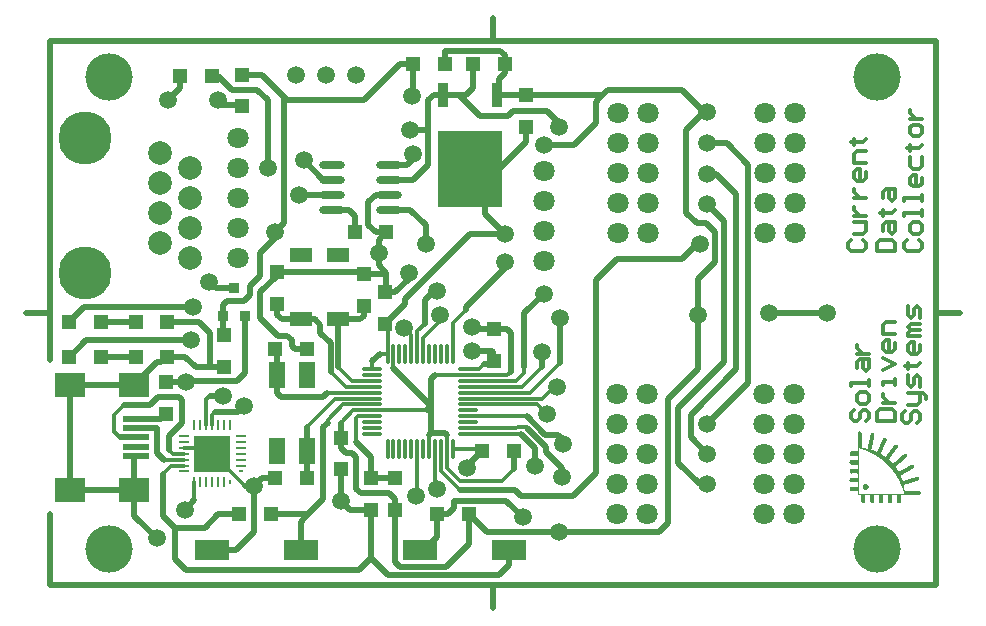
<source format=gtl>
G04 Layer_Physical_Order=1*
G04 Layer_Color=255*
%FSLAX25Y25*%
%MOIN*%
G70*
G01*
G75*
%ADD10R,0.05000X0.05000*%
%ADD11R,0.07480X0.05118*%
%ADD12R,0.05512X0.08661*%
%ADD13R,0.09843X0.07874*%
%ADD14R,0.08858X0.01969*%
%ADD15R,0.03740X0.08268*%
%ADD16R,0.21654X0.25590*%
%ADD17O,0.01181X0.07087*%
%ADD18O,0.07087X0.01181*%
%ADD19R,0.12323X0.12323*%
%ADD20O,0.00787X0.03347*%
%ADD21O,0.03347X0.00787*%
%ADD22O,0.01969X0.00787*%
%ADD23O,0.00787X0.01969*%
%ADD24R,0.11811X0.06693*%
%ADD25R,0.05000X0.05000*%
%ADD26R,0.03543X0.03740*%
%ADD27R,0.03543X0.03740*%
%ADD28O,0.08661X0.02362*%
%ADD29C,0.01969*%
%ADD30C,0.01181*%
%ADD31C,0.15748*%
%ADD32C,0.07087*%
%ADD33C,0.07874*%
%ADD34C,0.17716*%
%ADD35C,0.05906*%
%ADD36C,0.01969*%
G36*
X277724Y45414D02*
X277686D01*
X277686Y45452D01*
X277724D01*
Y45414D01*
D02*
G37*
G36*
X270040Y51024D02*
X270078D01*
Y50985D01*
X270194D01*
Y50947D01*
X270232Y50947D01*
Y50908D01*
X270270D01*
Y50870D01*
X270309Y50870D01*
Y50832D01*
X270347D01*
Y50793D01*
X270386D01*
Y50755D01*
X270424Y50755D01*
Y50639D01*
X270462D01*
Y50601D01*
X270501Y50601D01*
Y45491D01*
X270539D01*
Y45529D01*
X270578D01*
Y45491D01*
X270616D01*
Y45529D01*
X270655Y45529D01*
Y45491D01*
X270693D01*
Y45529D01*
X270731D01*
X270731Y45491D01*
X270770D01*
Y45529D01*
X270808Y45529D01*
Y45491D01*
X271000D01*
Y45452D01*
X271193D01*
X271193Y45414D01*
X271231D01*
Y45452D01*
X271269D01*
Y45414D01*
X271308D01*
Y45452D01*
X271346D01*
Y45414D01*
X271385D01*
Y45452D01*
X271423D01*
Y45414D01*
X271538D01*
X271538Y45376D01*
X271577D01*
X271577Y45414D01*
X271615D01*
Y45376D01*
X271654Y45376D01*
X271692Y45376D01*
X271807D01*
Y45337D01*
X271846D01*
Y45376D01*
X271884Y45376D01*
Y45337D01*
X271922D01*
Y45376D01*
X271961D01*
Y45337D01*
X272076D01*
X272076Y45299D01*
X272115D01*
X272153Y45299D01*
X272192Y45299D01*
Y45260D01*
X272230D01*
X272230Y45299D01*
X272268D01*
X272268Y45260D01*
X272307D01*
Y45299D01*
X272345D01*
Y45260D01*
X272460D01*
Y45222D01*
X272499D01*
Y45260D01*
X272460D01*
X272460Y45299D01*
X272499D01*
Y45337D01*
X272537D01*
Y45376D01*
X272499D01*
Y45414D01*
X272537D01*
Y45606D01*
X272576D01*
X272576Y45721D01*
X272614D01*
Y45990D01*
X272653D01*
Y46106D01*
X272691D01*
Y46298D01*
X272729D01*
Y46413D01*
X272768D01*
Y46451D01*
X272729D01*
X272729Y46490D01*
X272768D01*
Y46605D01*
X272806D01*
Y46643D01*
X272768D01*
X272768Y46682D01*
X272806D01*
Y46797D01*
X272845D01*
Y46836D01*
X272806D01*
Y46874D01*
X272845D01*
Y46989D01*
X272883D01*
Y47028D01*
X272845D01*
Y47066D01*
X272883D01*
Y47105D01*
X272921D01*
Y47143D01*
X272883D01*
Y47181D01*
X272921D01*
X272921Y47374D01*
X272960D01*
Y47412D01*
X272921D01*
Y47450D01*
X272960D01*
Y47489D01*
X272998D01*
Y47527D01*
X272960D01*
Y47566D01*
X272998Y47566D01*
Y47758D01*
X273037Y47758D01*
Y47873D01*
X273075D01*
Y48065D01*
X273114D01*
Y48104D01*
X273075D01*
Y48142D01*
X273114D01*
Y48257D01*
X273152D01*
Y48449D01*
X273190D01*
Y48565D01*
X273229D01*
Y48603D01*
X273190D01*
Y48641D01*
X273229D01*
Y48757D01*
X273267D01*
X273267Y48795D01*
X273229D01*
Y48834D01*
X273267D01*
X273267Y48872D01*
X273306D01*
Y48910D01*
X273267Y48910D01*
X273267Y48949D01*
X273306D01*
Y48987D01*
X273267D01*
Y49026D01*
X273306D01*
Y49141D01*
X273344D01*
X273344Y49179D01*
X273306D01*
Y49218D01*
X273344Y49218D01*
Y49256D01*
X273383Y49256D01*
Y49295D01*
X273344D01*
Y49333D01*
X273383D01*
Y49525D01*
X273421D01*
X273421Y49564D01*
X273383D01*
Y49602D01*
X273421D01*
Y49641D01*
X273459D01*
Y49679D01*
X273421D01*
Y49717D01*
X273459D01*
Y49833D01*
X273498D01*
X273498Y49871D01*
X273459D01*
Y49909D01*
X273498D01*
Y49948D01*
X273536D01*
Y49986D01*
X273498D01*
Y50025D01*
X273536D01*
Y50140D01*
X273575D01*
Y50178D01*
X273613D01*
Y50217D01*
X273652Y50217D01*
Y50255D01*
X273690D01*
Y50294D01*
X273728D01*
Y50332D01*
X273767D01*
Y50371D01*
X273844D01*
Y50409D01*
X273920D01*
Y50447D01*
X273959D01*
Y50409D01*
X273997D01*
Y50447D01*
X274036Y50447D01*
X274074Y50447D01*
X274113Y50447D01*
Y50486D01*
X274151D01*
Y50447D01*
X274189D01*
Y50486D01*
X274228D01*
Y50447D01*
X274305D01*
X274343Y50447D01*
Y50409D01*
X274382D01*
Y50447D01*
X274420D01*
X274420Y50409D01*
X274458D01*
Y50371D01*
X274535D01*
Y50332D01*
X274574D01*
Y50294D01*
X274651D01*
Y50217D01*
X274689Y50217D01*
Y50178D01*
X274727D01*
Y50102D01*
X274766D01*
X274766Y50063D01*
X274804D01*
Y50025D01*
X274766D01*
Y49986D01*
X274804D01*
Y49794D01*
X274843D01*
Y49756D01*
X274804Y49756D01*
Y49564D01*
X274766D01*
X274766Y49525D01*
X274804D01*
Y49487D01*
X274766D01*
Y49448D01*
X274727D01*
Y49410D01*
X274766D01*
Y49371D01*
X274727D01*
Y49179D01*
X274689D01*
X274689Y49064D01*
X274651D01*
Y49026D01*
X274689D01*
Y48987D01*
X274651D01*
Y48795D01*
X274612D01*
Y48680D01*
X274574D01*
Y48641D01*
X274612D01*
X274612Y48603D01*
X274574D01*
Y48488D01*
X274535D01*
Y48449D01*
X274574D01*
Y48411D01*
X274535Y48411D01*
Y48296D01*
X274497Y48296D01*
Y48104D01*
X274458D01*
Y48065D01*
X274497D01*
Y48027D01*
X274458D01*
Y47988D01*
X274420D01*
X274420Y47950D01*
X274458D01*
Y47912D01*
X274420D01*
Y47796D01*
X274382D01*
Y47758D01*
X274420Y47758D01*
Y47719D01*
X274382Y47719D01*
Y47681D01*
X274343Y47681D01*
Y47642D01*
X274382D01*
X274381Y47604D01*
X274343D01*
Y47412D01*
X274305D01*
Y47374D01*
X274343Y47374D01*
Y47335D01*
X274305D01*
Y47297D01*
X274266D01*
X274266Y47258D01*
X274305D01*
Y47220D01*
X274266D01*
X274266Y47028D01*
X274228D01*
Y46913D01*
X274189D01*
Y46874D01*
X274228D01*
Y46836D01*
X274189D01*
Y46643D01*
X274151D01*
Y46528D01*
X274113D01*
X274113Y46336D01*
X274074D01*
Y46298D01*
X274113D01*
Y46259D01*
X274074D01*
X274074Y46221D01*
X274036Y46221D01*
Y46182D01*
X274074D01*
X274074Y46144D01*
X274036D01*
X274036Y45952D01*
X273997D01*
Y45913D01*
X274036Y45913D01*
Y45875D01*
X273997D01*
Y45837D01*
X273959D01*
Y45645D01*
X273920D01*
Y45606D01*
X273959D01*
Y45568D01*
X273920D01*
Y45529D01*
X273882D01*
Y45491D01*
X273920D01*
Y45452D01*
X273882D01*
Y45260D01*
X273844D01*
Y45222D01*
X273882D01*
Y45183D01*
X273844D01*
Y45145D01*
X273805D01*
X273805Y45107D01*
X273844D01*
Y45068D01*
X273805Y45068D01*
Y44876D01*
X273844Y44876D01*
X273920D01*
Y44838D01*
X273959Y44838D01*
Y44799D01*
X273997D01*
Y44838D01*
X274036D01*
X274036Y44799D01*
X274151D01*
Y44761D01*
X274266D01*
X274266Y44722D01*
X274343D01*
X274382Y44722D01*
Y44684D01*
X274420D01*
X274420Y44646D01*
X274458D01*
Y44684D01*
X274497D01*
Y44646D01*
X274612D01*
Y44607D01*
X274651D01*
X274651Y44569D01*
X274689D01*
Y44607D01*
X274727D01*
Y44569D01*
X274804D01*
Y44530D01*
X274843D01*
X274881Y44530D01*
Y44492D01*
X274920D01*
Y44530D01*
X274958Y44530D01*
X274958Y44492D01*
X274996D01*
Y44453D01*
X275112D01*
Y44415D01*
X275150D01*
Y44377D01*
X275265D01*
Y44338D01*
X275380D01*
Y44300D01*
X275419D01*
Y44261D01*
X275457D01*
X275457Y44300D01*
X275496D01*
Y44261D01*
X275573D01*
Y44223D01*
X275649D01*
Y44184D01*
X275688D01*
Y44223D01*
X275649D01*
Y44261D01*
X275688D01*
Y44300D01*
X275726D01*
Y44338D01*
X275688D01*
Y44377D01*
X275726D01*
X275726Y44415D01*
X275765D01*
Y44530D01*
X275803Y44530D01*
Y44569D01*
X275842D01*
Y44684D01*
X275880D01*
Y44722D01*
X275918D01*
Y44838D01*
X275957D01*
X275957Y44876D01*
X275995D01*
Y44914D01*
X275957D01*
Y44953D01*
X275995D01*
Y44991D01*
X276034D01*
Y45107D01*
X276072D01*
Y45145D01*
X276111D01*
X276111Y45183D01*
X276072D01*
Y45222D01*
X276111D01*
Y45260D01*
X276149D01*
Y45376D01*
X276187D01*
Y45414D01*
X276226D01*
Y45529D01*
X276264D01*
Y45568D01*
X276303D01*
Y45683D01*
X276341D01*
Y45721D01*
X276379D01*
Y45760D01*
X276341D01*
Y45798D01*
X276379D01*
Y45837D01*
X276418D01*
Y45875D01*
X276456D01*
X276456Y45913D01*
X276418D01*
Y45952D01*
X276456D01*
X276456Y45990D01*
X276495D01*
Y46029D01*
X276456Y46029D01*
Y46067D01*
X276495D01*
Y46106D01*
X276533D01*
Y46221D01*
X276572D01*
Y46259D01*
X276610Y46259D01*
Y46375D01*
X276648Y46374D01*
Y46413D01*
X276687D01*
Y46528D01*
X276725D01*
Y46567D01*
X276764D01*
X276764Y46605D01*
X276725D01*
Y46643D01*
X276764D01*
Y46682D01*
X276802Y46682D01*
Y46797D01*
X276841D01*
X276841Y46836D01*
X276879D01*
Y46874D01*
X276841D01*
Y46913D01*
X276879D01*
Y46951D01*
X276917D01*
X276917Y47066D01*
X276956D01*
X276956Y47105D01*
X276994D01*
Y47220D01*
X277033D01*
Y47258D01*
X277071D01*
Y47374D01*
X277110D01*
Y47412D01*
X277148Y47412D01*
Y47450D01*
X277110D01*
Y47489D01*
X277148D01*
X277148Y47527D01*
X277186D01*
X277186Y47566D01*
X277225Y47566D01*
Y47604D01*
X277186D01*
X277186Y47642D01*
X277225D01*
Y47681D01*
X277263Y47681D01*
Y47719D01*
X277225D01*
Y47758D01*
X277263D01*
Y47796D01*
X277302D01*
X277302Y47912D01*
X277340D01*
Y47950D01*
X277379D01*
Y48065D01*
X277417Y48065D01*
Y48104D01*
X277455D01*
Y48219D01*
X277494Y48219D01*
Y48257D01*
X277532D01*
Y48296D01*
X277494D01*
Y48334D01*
X277532D01*
Y48373D01*
X277571D01*
Y48488D01*
X277609D01*
Y48526D01*
X277647D01*
Y48565D01*
X277609Y48565D01*
Y48603D01*
X277647D01*
X277647Y48641D01*
X277686D01*
X277686Y48680D01*
X277724D01*
Y48718D01*
X277763D01*
Y48795D01*
X277840D01*
Y48834D01*
X277878D01*
Y48872D01*
X277916Y48872D01*
Y48910D01*
X277955Y48910D01*
X277993Y48910D01*
X278032Y48910D01*
Y48949D01*
X278147D01*
Y48987D01*
X278185D01*
Y48949D01*
X278224Y48949D01*
Y48987D01*
X278262D01*
Y48949D01*
X278301D01*
Y48987D01*
X278339D01*
Y48949D01*
X278378D01*
X278416Y48949D01*
X278454Y48949D01*
Y48910D01*
X278493Y48910D01*
X278531D01*
X278570Y48910D01*
Y48872D01*
X278646D01*
Y48834D01*
X278685D01*
Y48795D01*
X278723D01*
Y48718D01*
X278762Y48718D01*
X278800D01*
Y48641D01*
X278839D01*
X278839Y48603D01*
X278877Y48603D01*
Y48488D01*
X278915D01*
Y48449D01*
X278877D01*
Y48411D01*
X278915Y48411D01*
Y48373D01*
X278954D01*
Y48334D01*
X278915D01*
Y48373D01*
X278877D01*
Y48334D01*
X278915D01*
Y48219D01*
X278877D01*
Y48180D01*
X278915D01*
Y48142D01*
X278877D01*
Y48027D01*
X278839D01*
Y47912D01*
X278800D01*
X278800Y47796D01*
X278762D01*
Y47758D01*
X278723Y47758D01*
Y47642D01*
X278685D01*
Y47604D01*
X278646D01*
Y47489D01*
X278608D01*
Y47450D01*
X278570D01*
Y47335D01*
X278531D01*
Y47220D01*
X278493D01*
Y47181D01*
X278454D01*
Y47143D01*
X278493D01*
X278493Y47105D01*
X278454D01*
Y47143D01*
X278416D01*
Y47105D01*
X278454Y47105D01*
Y47066D01*
X278416D01*
Y47028D01*
X278378D01*
Y46989D01*
X278416Y46989D01*
Y46951D01*
X278378D01*
Y46913D01*
X278339D01*
Y46797D01*
X278301D01*
Y46759D01*
X278262Y46759D01*
X278262Y46643D01*
X278224D01*
Y46605D01*
X278185D01*
Y46567D01*
X278224Y46567D01*
Y46528D01*
X278185D01*
Y46490D01*
X278147D01*
Y46451D01*
X278109D01*
Y46336D01*
X278070D01*
Y46221D01*
X278032Y46221D01*
Y46106D01*
X277993D01*
Y46067D01*
X277955D01*
Y45952D01*
X277916Y45952D01*
Y45913D01*
X277878D01*
Y45798D01*
X277840D01*
Y45760D01*
X277801D01*
Y45645D01*
X277763D01*
Y45529D01*
X277724D01*
Y45491D01*
X277686D01*
X277686Y45452D01*
X277647D01*
Y45414D01*
X277686D01*
Y45376D01*
X277647D01*
X277647Y45337D01*
X277609D01*
Y45299D01*
X277647D01*
X277647Y45260D01*
X277609D01*
Y45222D01*
X277571D01*
Y45107D01*
X277532D01*
Y45068D01*
X277494D01*
Y44953D01*
X277455D01*
Y44914D01*
X277417D01*
Y44876D01*
X277455D01*
X277455Y44838D01*
X277417D01*
Y44799D01*
X277379D01*
Y44684D01*
X277340D01*
Y44646D01*
X277302D01*
Y44607D01*
X277340D01*
Y44569D01*
X277302D01*
Y44530D01*
X277263Y44530D01*
Y44415D01*
X277225D01*
Y44377D01*
X277186D01*
Y44261D01*
X277148D01*
Y44223D01*
X277110D01*
Y44108D01*
X277071D01*
Y44069D01*
X277033D01*
Y43954D01*
X276994D01*
Y43839D01*
X276956D01*
Y43723D01*
X276917D01*
Y43762D01*
X276879D01*
Y43723D01*
X276917D01*
X276917Y43685D01*
X276879Y43685D01*
Y43647D01*
X276841D01*
Y43608D01*
X276879D01*
Y43570D01*
X276917D01*
Y43531D01*
X276956Y43531D01*
Y43493D01*
X276994D01*
Y43531D01*
X277033D01*
Y43493D01*
X277071D01*
Y43454D01*
X277110D01*
Y43416D01*
X277186D01*
X277186Y43378D01*
X277263D01*
Y43339D01*
X277302D01*
Y43301D01*
X277340D01*
Y43262D01*
X277379D01*
Y43301D01*
X277417D01*
Y43262D01*
X277455D01*
Y43224D01*
X277494D01*
Y43185D01*
X277571D01*
Y43147D01*
X277647D01*
Y43109D01*
X277686D01*
X277686Y43070D01*
X277724D01*
Y43032D01*
X277801D01*
Y42993D01*
X277878D01*
Y42955D01*
X277916D01*
Y42917D01*
X277955D01*
X277955Y42878D01*
X278032D01*
Y42840D01*
X278070Y42840D01*
X278109D01*
Y42801D01*
X278147D01*
Y42763D01*
X278185D01*
Y42724D01*
X278262D01*
Y42648D01*
X278301D01*
Y42686D01*
X278339Y42686D01*
Y42648D01*
X278378D01*
Y42609D01*
X278416D01*
Y42571D01*
X278454Y42571D01*
X278493D01*
X278493Y42494D01*
X278531D01*
Y42532D01*
X278570D01*
Y42571D01*
X278608D01*
Y42686D01*
X278646D01*
X278646Y42724D01*
X278685D01*
Y42763D01*
X278723D01*
X278723Y42801D01*
X278762Y42801D01*
Y42840D01*
X278800Y42840D01*
X278800Y42878D01*
X278839D01*
X278839Y42955D01*
X278915D01*
Y43070D01*
X278954D01*
Y43109D01*
X278992D01*
Y43147D01*
X279031D01*
Y43185D01*
X279069Y43185D01*
Y43301D01*
X279107D01*
Y43339D01*
X279146D01*
X279146Y43378D01*
X279184D01*
X279184Y43416D01*
X279223D01*
Y43454D01*
X279261D01*
Y43493D01*
X279300D01*
Y43608D01*
X279338D01*
Y43647D01*
X279377Y43646D01*
Y43685D01*
X279415D01*
Y43723D01*
X279453D01*
Y43762D01*
X279492D01*
Y43800D01*
X279530D01*
Y43916D01*
X279569D01*
Y43954D01*
X279607D01*
X279607Y43992D01*
X279645D01*
Y44031D01*
X279684Y44031D01*
Y44108D01*
X279761D01*
Y44223D01*
X279799D01*
X279799Y44261D01*
X279837D01*
X279838Y44300D01*
X279876D01*
Y44338D01*
X279914Y44338D01*
Y44377D01*
X279953D01*
Y44415D01*
X279991D01*
Y44530D01*
X280030D01*
Y44569D01*
X280068D01*
Y44607D01*
X280106D01*
Y44646D01*
X280145D01*
Y44722D01*
X280222D01*
Y44838D01*
X280260D01*
Y44876D01*
X280299D01*
Y44914D01*
X280337D01*
Y44953D01*
X280376D01*
Y45068D01*
X280414Y45068D01*
Y45107D01*
X280452Y45107D01*
Y45145D01*
X280491D01*
Y45183D01*
X280529D01*
Y45222D01*
X280568Y45222D01*
Y45260D01*
X280606D01*
Y45376D01*
X280644Y45376D01*
Y45414D01*
X280683D01*
X280683Y45452D01*
X280721D01*
Y45491D01*
X280760D01*
Y45529D01*
X280798D01*
Y45568D01*
X280837D01*
Y45683D01*
X280875Y45683D01*
Y45721D01*
X280913D01*
Y45760D01*
X280952D01*
Y45798D01*
X280990D01*
Y45837D01*
X281029D01*
X281029Y45875D01*
X281067D01*
Y45990D01*
X281105D01*
Y46029D01*
X281144Y46029D01*
Y46067D01*
X281182D01*
Y46106D01*
X281221D01*
Y46144D01*
X281259D01*
X281259Y46182D01*
X281221D01*
Y46221D01*
X281259Y46221D01*
X281298Y46221D01*
Y46298D01*
X281336D01*
X281336Y46336D01*
X281375D01*
Y46375D01*
X281413D01*
Y46413D01*
X281451Y46413D01*
Y46451D01*
X281490D01*
Y46490D01*
X281528D01*
X281528Y46528D01*
X281567D01*
Y46567D01*
X281605Y46567D01*
X281643Y46567D01*
X281682D01*
Y46605D01*
X281797D01*
Y46643D01*
X281836Y46643D01*
X282066D01*
X282066Y46605D01*
X282181D01*
Y46567D01*
X282220Y46567D01*
Y46605D01*
X282258D01*
Y46567D01*
X282297D01*
Y46528D01*
X282335D01*
X282335Y46490D01*
X282373D01*
X282373Y46451D01*
X282412D01*
Y46413D01*
X282450D01*
Y46375D01*
X282489D01*
Y46336D01*
X282527D01*
Y46298D01*
X282566D01*
Y46259D01*
X282527D01*
X282527Y46221D01*
X282566D01*
Y46106D01*
X282604D01*
Y46067D01*
X282566D01*
Y46029D01*
X282604Y46029D01*
Y45913D01*
X282566Y45913D01*
Y45875D01*
X282604D01*
Y45837D01*
X282566Y45837D01*
Y45645D01*
X282527D01*
Y45606D01*
X282489D01*
Y45568D01*
X282450D01*
Y45529D01*
X282412D01*
Y45491D01*
X282373D01*
Y45414D01*
X282335D01*
Y45337D01*
X282297D01*
Y45299D01*
X282258Y45299D01*
Y45260D01*
X282220D01*
Y45222D01*
X282181D01*
Y45107D01*
X282143D01*
Y45145D01*
X282104D01*
Y45030D01*
X282066D01*
Y44991D01*
X282028Y44991D01*
Y44953D01*
X281989D01*
Y44914D01*
X281951D01*
Y44838D01*
X281912Y44838D01*
Y44799D01*
X281874D01*
X281874Y44722D01*
X281836Y44722D01*
Y44684D01*
X281797Y44684D01*
Y44646D01*
X281759D01*
Y44607D01*
X281720D01*
Y44492D01*
X281682D01*
Y44530D01*
X281643D01*
Y44492D01*
X281682D01*
X281682Y44453D01*
X281643D01*
Y44415D01*
X281605Y44415D01*
Y44377D01*
X281567D01*
Y44338D01*
X281528Y44338D01*
Y44300D01*
X281490D01*
Y44184D01*
X281451D01*
Y44146D01*
X281413D01*
Y44108D01*
X281375D01*
Y44069D01*
X281336D01*
X281336Y44031D01*
X281298D01*
Y43992D01*
X281259D01*
Y43877D01*
X281221D01*
Y43839D01*
X281182Y43839D01*
Y43800D01*
X281144D01*
Y43762D01*
X281105D01*
Y43723D01*
X281067D01*
Y43685D01*
X281029D01*
Y43570D01*
X280990D01*
Y43531D01*
X280952Y43531D01*
Y43493D01*
X280913D01*
Y43454D01*
X280875D01*
X280875Y43378D01*
X280798D01*
Y43262D01*
X280760D01*
Y43224D01*
X280721Y43224D01*
Y43185D01*
X280683Y43185D01*
Y43147D01*
X280644D01*
X280644Y43070D01*
X280606D01*
Y43032D01*
X280568D01*
Y42955D01*
X280529D01*
X280529Y42917D01*
X280491D01*
X280491Y42878D01*
X280452D01*
Y42840D01*
X280414Y42840D01*
Y42724D01*
X280376D01*
Y42763D01*
X280337D01*
Y42724D01*
X280376D01*
Y42686D01*
X280337D01*
X280337Y42648D01*
X280299D01*
Y42609D01*
X280260D01*
Y42571D01*
X280222D01*
Y42532D01*
X280183D01*
Y42417D01*
X280106D01*
Y42340D01*
X280068Y42340D01*
Y42302D01*
X280030D01*
Y42263D01*
X279991D01*
Y42225D01*
X279953D01*
Y42110D01*
X279914D01*
Y42071D01*
X279876D01*
Y42033D01*
X279838D01*
Y41994D01*
X279799D01*
Y41956D01*
X279761Y41956D01*
Y41917D01*
X279722D01*
Y41802D01*
X279684D01*
Y41764D01*
X279645D01*
Y41725D01*
X279607D01*
Y41687D01*
X279569D01*
Y41649D01*
X279607D01*
Y41610D01*
X279645D01*
Y41572D01*
X279684D01*
X279684Y41533D01*
X279722D01*
Y41495D01*
X279761D01*
Y41456D01*
X279799Y41456D01*
Y41418D01*
X279838D01*
Y41456D01*
X279876D01*
Y41341D01*
X279914D01*
Y41380D01*
X279953D01*
Y41264D01*
X279991D01*
X279991Y41303D01*
X280030D01*
Y41226D01*
X280106D01*
Y41111D01*
X280145D01*
Y41149D01*
X280183D01*
X280183Y41072D01*
X280260D01*
Y40995D01*
X280337D01*
X280337Y40957D01*
X280376D01*
X280376Y40918D01*
X280414D01*
Y40842D01*
X280491D01*
Y40765D01*
X280568D01*
Y40650D01*
X280606D01*
Y40688D01*
X280644D01*
Y40573D01*
X280721D01*
Y40496D01*
X280760D01*
Y40534D01*
X280798D01*
Y40419D01*
X280837D01*
Y40381D01*
X280875D01*
Y40342D01*
X280913D01*
Y40304D01*
X280952D01*
Y40265D01*
X280990D01*
Y40304D01*
X281067D01*
Y40381D01*
X281105D01*
Y40342D01*
X281144D01*
Y40381D01*
X281182D01*
Y40419D01*
X281221D01*
Y40457D01*
X281259D01*
Y40496D01*
X281298Y40496D01*
Y40534D01*
X281336D01*
Y40573D01*
X281375D01*
Y40611D01*
X281413D01*
Y40650D01*
X281451D01*
Y40688D01*
X281490D01*
Y40726D01*
X281528D01*
Y40765D01*
X281605D01*
Y40803D01*
X281643Y40803D01*
X281682D01*
Y40880D01*
X281759D01*
Y40957D01*
X281797D01*
X281836Y40957D01*
Y40995D01*
X281874Y40995D01*
Y41034D01*
X281912D01*
Y41072D01*
X281951D01*
Y41111D01*
X281989D01*
Y41149D01*
X282028D01*
Y41188D01*
X282066D01*
Y41226D01*
X282104D01*
Y41264D01*
X282143D01*
Y41303D01*
X282181D01*
Y41341D01*
X282220D01*
Y41380D01*
X282297D01*
Y41456D01*
X282335D01*
Y41418D01*
X282373D01*
Y41456D01*
X282412D01*
Y41495D01*
X282450D01*
Y41533D01*
X282489D01*
Y41572D01*
X282527D01*
Y41610D01*
X282566D01*
Y41649D01*
X282604D01*
Y41687D01*
X282642D01*
X282642Y41725D01*
X282681D01*
Y41764D01*
X282719D01*
Y41802D01*
X282758D01*
Y41841D01*
X282835D01*
Y41917D01*
X282873D01*
Y41879D01*
X282911D01*
X282911Y41956D01*
X282950Y41956D01*
X282988Y41956D01*
Y42033D01*
X283065D01*
Y42071D01*
X283103D01*
Y42110D01*
X283142D01*
Y42148D01*
X283180D01*
Y42186D01*
X283219D01*
X283219Y42225D01*
X283257D01*
X283257Y42263D01*
X283296D01*
Y42302D01*
X283334Y42302D01*
Y42340D01*
X283372D01*
X283372Y42379D01*
X283411D01*
Y42417D01*
X283449D01*
Y42455D01*
X283526D01*
Y42532D01*
X283641D01*
Y42571D01*
X283680D01*
X283680Y42609D01*
X283718D01*
X283718Y42648D01*
X283757D01*
Y42686D01*
X283795D01*
Y42724D01*
X283834D01*
Y42763D01*
X283872D01*
X283872Y42801D01*
X283910D01*
Y42840D01*
X283949Y42840D01*
Y42878D01*
X283987Y42878D01*
Y42917D01*
X284026D01*
Y42955D01*
X284064D01*
Y42993D01*
X284141D01*
Y43070D01*
X284179D01*
Y43032D01*
X284218D01*
Y43109D01*
X284295D01*
Y43185D01*
X284333Y43185D01*
X284371Y43185D01*
Y43224D01*
X284410D01*
Y43262D01*
X284448D01*
Y43301D01*
X284487D01*
Y43339D01*
X284525D01*
Y43378D01*
X284563Y43378D01*
X284563Y43416D01*
X284602D01*
Y43454D01*
X284679D01*
Y43493D01*
X284756D01*
Y43531D01*
X284794Y43531D01*
X284833D01*
Y43570D01*
X284909D01*
Y43608D01*
X284948D01*
Y43570D01*
X284986D01*
Y43608D01*
X285025D01*
Y43570D01*
X285063D01*
Y43608D01*
X285102D01*
Y43570D01*
X285140D01*
Y43608D01*
X285178D01*
Y43570D01*
X285294D01*
Y43531D01*
X285332D01*
Y43493D01*
X285447D01*
Y43454D01*
X285486Y43454D01*
Y43416D01*
X285524Y43416D01*
Y43378D01*
X285562D01*
X285562Y43339D01*
X285601D01*
Y43301D01*
X285639D01*
Y43185D01*
X285678Y43185D01*
Y43147D01*
X285716D01*
Y43109D01*
X285678D01*
Y43070D01*
X285716D01*
X285716Y42724D01*
X285678D01*
Y42686D01*
X285639D01*
Y42648D01*
X285678D01*
Y42609D01*
X285639D01*
Y42571D01*
X285601Y42571D01*
Y42532D01*
X285562D01*
Y42494D01*
X285524D01*
Y42455D01*
X285486D01*
Y42417D01*
X285447D01*
Y42379D01*
X285409D01*
Y42340D01*
X285370Y42340D01*
Y42302D01*
X285332D01*
X285332Y42263D01*
X285294D01*
Y42225D01*
X285255D01*
Y42186D01*
X285217D01*
Y42148D01*
X285178D01*
Y42110D01*
X285140D01*
Y42071D01*
X285102D01*
Y42033D01*
X285063Y42033D01*
X285025D01*
Y41956D01*
X284948D01*
Y41879D01*
X284909D01*
Y41917D01*
X284871D01*
Y41841D01*
X284833Y41841D01*
X284794Y41841D01*
Y41802D01*
X284756D01*
Y41764D01*
X284717D01*
X284717Y41725D01*
X284679D01*
Y41687D01*
X284640D01*
Y41649D01*
X284602Y41649D01*
Y41610D01*
X284563D01*
X284563Y41572D01*
X284525D01*
Y41533D01*
X284487Y41533D01*
Y41495D01*
X284410D01*
Y41418D01*
X284333D01*
Y41380D01*
X284256D01*
Y41341D01*
X284218D01*
Y41303D01*
X284179Y41303D01*
Y41264D01*
X284141D01*
Y41226D01*
X284103D01*
Y41188D01*
X284064D01*
Y41149D01*
X284026Y41149D01*
Y41111D01*
X283987Y41111D01*
Y41072D01*
X283949D01*
Y41034D01*
X283910D01*
Y40995D01*
X283872D01*
X283872Y40957D01*
X283834D01*
Y40918D01*
X283795D01*
X283795Y40880D01*
X283718D01*
Y40803D01*
X283680Y40803D01*
Y40842D01*
X283641Y40842D01*
Y40765D01*
X283565D01*
Y40726D01*
X283526D01*
Y40688D01*
X283488Y40688D01*
Y40650D01*
X283449D01*
Y40611D01*
X283411Y40611D01*
Y40573D01*
X283372D01*
Y40534D01*
X283334D01*
Y40496D01*
X283296D01*
Y40457D01*
X283257Y40457D01*
Y40419D01*
X283219D01*
Y40381D01*
X283180D01*
X283180Y40342D01*
X283103D01*
Y40265D01*
X283027D01*
Y40227D01*
X282950D01*
Y40189D01*
X282911Y40189D01*
Y40150D01*
X282873D01*
X282873Y40112D01*
X282835D01*
Y40073D01*
X282796D01*
Y40035D01*
X282758D01*
Y39996D01*
X282719D01*
Y39958D01*
X282681D01*
Y39919D01*
X282642D01*
X282642Y39881D01*
X282604D01*
Y39843D01*
X282566D01*
Y39804D01*
X282527D01*
X282527Y39766D01*
X282489D01*
Y39727D01*
X282450D01*
Y39766D01*
X282412D01*
Y39689D01*
X282335D01*
Y39612D01*
X282258D01*
Y39574D01*
X282220D01*
X282220Y39535D01*
X282181D01*
Y39497D01*
X282143D01*
Y39459D01*
X282104D01*
Y39420D01*
X282066D01*
X282066Y39382D01*
X282028D01*
Y39343D01*
X281989D01*
Y39305D01*
X281951Y39305D01*
Y39266D01*
X281912Y39266D01*
X281874Y39266D01*
X281874Y39113D01*
X281912D01*
Y39074D01*
X281951D01*
Y39036D01*
X281989D01*
Y38997D01*
X282028Y38997D01*
Y38882D01*
X282066D01*
Y38844D01*
X282104D01*
Y38805D01*
X282143D01*
Y38767D01*
X282181D01*
Y38652D01*
X282220D01*
Y38613D01*
X282258Y38613D01*
Y38575D01*
X282297D01*
Y38536D01*
X282335D01*
X282335Y38421D01*
X282373Y38421D01*
X282373Y38383D01*
X282412D01*
Y38344D01*
X282450D01*
Y38306D01*
X282489D01*
Y38190D01*
X282527D01*
Y38152D01*
X282566D01*
Y38037D01*
X282604D01*
Y38075D01*
X282642Y38075D01*
Y37960D01*
X282681D01*
Y37922D01*
X282719D01*
Y37806D01*
X282758D01*
Y37768D01*
X282796D01*
Y37729D01*
X282835D01*
Y37691D01*
X282873D01*
X282873Y37653D01*
X282835D01*
Y37614D01*
X282873Y37614D01*
Y37576D01*
X282911D01*
X282911Y37537D01*
X282950D01*
Y37576D01*
X283065D01*
Y37614D01*
X283103D01*
Y37653D01*
X283142Y37653D01*
Y37691D01*
X283257D01*
X283257Y37729D01*
X283296D01*
Y37768D01*
X283334Y37768D01*
X283372Y37768D01*
Y37806D01*
X283449D01*
Y37845D01*
X283488D01*
Y37883D01*
X283603D01*
Y37922D01*
X283641D01*
Y37960D01*
X283680Y37960D01*
X283680Y37998D01*
X283718D01*
X283718Y37960D01*
X283757D01*
X283757Y37998D01*
X283795D01*
X283795Y38037D01*
X283834D01*
Y38075D01*
X283910D01*
X283949Y38075D01*
Y38114D01*
X283987D01*
Y38152D01*
X284064D01*
Y38190D01*
X284141D01*
Y38229D01*
X284179D01*
Y38267D01*
X284295D01*
Y38306D01*
X284333Y38306D01*
Y38344D01*
X284448D01*
Y38383D01*
X284487D01*
Y38421D01*
X284525Y38421D01*
Y38460D01*
X284640D01*
Y38498D01*
X284679D01*
Y38536D01*
X284756D01*
Y38575D01*
X284833D01*
Y38613D01*
X284871Y38613D01*
X284909Y38613D01*
Y38652D01*
X284986D01*
Y38690D01*
X285025D01*
X285025Y38728D01*
X285063D01*
X285102Y38728D01*
X285140D01*
Y38767D01*
X285178Y38767D01*
Y38805D01*
X285217D01*
Y38844D01*
X285294D01*
X285332Y38844D01*
Y38882D01*
X285370D01*
Y38921D01*
X285447D01*
Y38959D01*
X285486Y38959D01*
X285524D01*
Y38997D01*
X285562D01*
X285562Y39036D01*
X285678D01*
Y39074D01*
X285716D01*
Y39113D01*
X285755D01*
X285793Y39113D01*
X285831Y39113D01*
Y39151D01*
X285870D01*
Y39189D01*
X285908D01*
Y39228D01*
X286024D01*
Y39266D01*
X286062D01*
X286062Y39305D01*
X286139D01*
Y39343D01*
X286177Y39343D01*
X286216Y39343D01*
Y39382D01*
X286293D01*
Y39420D01*
X286369D01*
Y39459D01*
X286408Y39459D01*
Y39497D01*
X286523D01*
Y39535D01*
X286561D01*
Y39574D01*
X286600D01*
X286600Y39612D01*
X286715D01*
Y39651D01*
X286754D01*
Y39689D01*
X286830D01*
Y39727D01*
X286907D01*
Y39766D01*
X286946Y39766D01*
X286984Y39766D01*
Y39804D01*
X287023Y39804D01*
X287061Y39804D01*
Y39843D01*
X287099D01*
Y39881D01*
X287215D01*
X287215Y39919D01*
X287407D01*
Y39958D01*
X287445D01*
Y39919D01*
X287484D01*
Y39958D01*
X287522D01*
Y39919D01*
X287637D01*
Y39881D01*
X287676D01*
Y39919D01*
X287714D01*
X287714Y39881D01*
X287753D01*
Y39843D01*
X287791D01*
X287791Y39804D01*
X287829D01*
X287868Y39804D01*
Y39766D01*
X287945D01*
Y39689D01*
X288022D01*
Y39574D01*
X288060Y39574D01*
Y39535D01*
X288098D01*
Y39497D01*
X288060D01*
Y39459D01*
X288098D01*
Y39266D01*
X288137D01*
Y39228D01*
X288098D01*
Y39036D01*
X288060D01*
X288060Y38997D01*
X288022D01*
Y38882D01*
X287983D01*
Y38844D01*
X287945D01*
Y38805D01*
X287906D01*
Y38767D01*
X287868Y38767D01*
Y38728D01*
X287829D01*
Y38690D01*
X287791D01*
X287791Y38652D01*
X287753D01*
Y38690D01*
X287714D01*
Y38652D01*
X287676D01*
Y38613D01*
X287637D01*
Y38575D01*
X287561D01*
Y38536D01*
X287484D01*
Y38498D01*
X287407D01*
Y38460D01*
X287368D01*
X287330Y38460D01*
Y38421D01*
X287292Y38421D01*
Y38383D01*
X287253D01*
X287253Y38344D01*
X287215D01*
Y38383D01*
X287176D01*
Y38344D01*
X287138D01*
Y38306D01*
X287099D01*
Y38267D01*
X287061D01*
Y38306D01*
X287023D01*
Y38267D01*
X286984D01*
Y38229D01*
X286946Y38229D01*
Y38190D01*
X286907D01*
X286907Y38229D01*
X286869D01*
Y38190D01*
X286830Y38190D01*
Y38152D01*
X286792Y38152D01*
Y38114D01*
X286715D01*
X286715Y38075D01*
X286638D01*
Y38037D01*
X286600D01*
X286600Y37998D01*
X286485D01*
X286485Y37960D01*
X286446D01*
Y37922D01*
X286408D01*
X286369Y37922D01*
X286331Y37922D01*
Y37883D01*
X286293D01*
Y37845D01*
X286254D01*
Y37806D01*
X286216D01*
Y37845D01*
X286177D01*
Y37806D01*
X286139D01*
Y37768D01*
X286101D01*
Y37729D01*
X286024D01*
Y37691D01*
X285947D01*
X285947Y37653D01*
X285908D01*
X285908Y37614D01*
X285870Y37614D01*
Y37576D01*
X285831D01*
Y37614D01*
X285793D01*
Y37576D01*
X285755Y37576D01*
Y37537D01*
X285639D01*
Y37499D01*
X285601D01*
Y37461D01*
X285562D01*
Y37422D01*
X285524D01*
Y37461D01*
X285486D01*
Y37422D01*
X285447Y37422D01*
X285447Y37384D01*
X285409D01*
X285409Y37345D01*
X285294D01*
Y37307D01*
X285255D01*
Y37268D01*
X285217D01*
X285178Y37268D01*
Y37230D01*
X285102D01*
Y37192D01*
X285063D01*
Y37153D01*
X284948D01*
Y37115D01*
X284909D01*
Y37076D01*
X284871Y37076D01*
X284871Y37038D01*
X284833D01*
Y37076D01*
X284794Y37076D01*
Y37038D01*
X284756D01*
X284756Y36999D01*
X284717D01*
Y36961D01*
X284602D01*
Y36923D01*
X284563Y36923D01*
Y36884D01*
X284525Y36884D01*
X284487Y36884D01*
Y36846D01*
X284410D01*
Y36807D01*
X284371D01*
Y36769D01*
X284256D01*
Y36731D01*
X284218D01*
Y36692D01*
X284179D01*
Y36654D01*
X284141D01*
Y36692D01*
X284103D01*
Y36654D01*
X284064D01*
Y36615D01*
X284026D01*
Y36577D01*
X283987Y36577D01*
X283949Y36577D01*
X283910D01*
Y36538D01*
X283872D01*
Y36500D01*
X283795D01*
Y36461D01*
X283718D01*
Y36423D01*
X283680Y36423D01*
X283641Y36423D01*
Y36385D01*
X283565D01*
Y36346D01*
X283526D01*
Y36308D01*
X283565D01*
Y36193D01*
X283603D01*
Y36154D01*
X283565D01*
X283565Y36116D01*
X283603D01*
Y36077D01*
X283641Y36077D01*
Y35962D01*
X283680D01*
Y35924D01*
X283718D01*
X283718Y35808D01*
X283757D01*
Y35693D01*
X283795D01*
Y35578D01*
X283834D01*
Y35539D01*
X283872D01*
X283872Y35424D01*
X283910D01*
Y35386D01*
X283949Y35386D01*
Y35347D01*
X283910D01*
Y35309D01*
X283949D01*
Y35194D01*
X283987D01*
Y35155D01*
X284026D01*
Y35117D01*
X283987Y35117D01*
Y35078D01*
X284026D01*
Y35040D01*
X284064D01*
Y35002D01*
X284026D01*
Y34963D01*
X284064D01*
Y34925D01*
X284103Y34925D01*
Y34732D01*
X284141D01*
Y34694D01*
X284179D01*
Y34656D01*
X284141D01*
Y34617D01*
X284179D01*
Y34502D01*
X284218D01*
X284218Y34464D01*
X284333D01*
Y34502D01*
X284448D01*
Y34540D01*
X284563D01*
Y34579D01*
X284679D01*
Y34617D01*
X284717D01*
X284717Y34579D01*
X284756Y34579D01*
Y34617D01*
X284794D01*
X284833Y34617D01*
Y34656D01*
X284909D01*
Y34694D01*
X284948D01*
Y34656D01*
X284986D01*
Y34694D01*
X285063D01*
X285063Y34732D01*
X285140D01*
Y34771D01*
X285178D01*
Y34732D01*
X285217Y34732D01*
Y34771D01*
X285332D01*
X285332Y34809D01*
X285447D01*
X285447Y34848D01*
X285486Y34848D01*
Y34809D01*
X285524D01*
Y34848D01*
X285562D01*
Y34886D01*
X285678D01*
Y34925D01*
X285716D01*
X285716Y34886D01*
X285755D01*
Y34925D01*
X285831D01*
X285870Y34925D01*
Y34963D01*
X285985D01*
Y35002D01*
X286101D01*
Y35040D01*
X286216D01*
Y35078D01*
X286254Y35078D01*
X286331D01*
Y35117D01*
X286369Y35117D01*
X286408Y35117D01*
X286446D01*
Y35155D01*
X286485D01*
Y35117D01*
X286523Y35117D01*
X286523Y35155D01*
X286600D01*
Y35194D01*
X286677D01*
Y35232D01*
X286715D01*
Y35194D01*
X286754D01*
Y35232D01*
X286869D01*
Y35270D01*
X286907D01*
Y35309D01*
X286946D01*
Y35270D01*
X286984D01*
Y35309D01*
X287023D01*
Y35270D01*
X287061Y35270D01*
Y35309D01*
X287099D01*
Y35347D01*
X287215D01*
Y35386D01*
X287253D01*
X287253Y35347D01*
X287292D01*
Y35386D01*
X287330Y35386D01*
Y35424D01*
X287445D01*
X287445Y35462D01*
X287484D01*
Y35424D01*
X287522D01*
Y35462D01*
X287637D01*
X287637Y35501D01*
X287676D01*
Y35539D01*
X287714D01*
Y35501D01*
X287753D01*
Y35539D01*
X287868D01*
Y35578D01*
X287906Y35578D01*
X287945Y35578D01*
X287983Y35578D01*
Y35616D01*
X288137D01*
Y35655D01*
X288214D01*
Y35693D01*
X288252D01*
X288252Y35655D01*
X288291D01*
Y35693D01*
X288329D01*
X288367Y35693D01*
X288406D01*
Y35732D01*
X288444D01*
Y35770D01*
X288483D01*
X288483Y35732D01*
X288521D01*
Y35770D01*
X288560D01*
Y35732D01*
X288598D01*
X288598Y35770D01*
X288636D01*
Y35808D01*
X288752D01*
Y35847D01*
X288790D01*
Y35808D01*
X288828D01*
Y35847D01*
X288944D01*
Y35885D01*
X288982D01*
Y35847D01*
X289021D01*
Y35885D01*
X289059D01*
Y35847D01*
X289097D01*
Y35885D01*
X289136D01*
Y35847D01*
X289251D01*
Y35808D01*
X289366D01*
Y35770D01*
X289405D01*
Y35732D01*
X289443D01*
X289443Y35693D01*
X289482D01*
Y35655D01*
X289520D01*
Y35616D01*
X289559D01*
Y35578D01*
X289597D01*
Y35539D01*
X289635D01*
Y35424D01*
X289674D01*
Y35386D01*
X289635D01*
X289635Y35347D01*
X289674D01*
Y35309D01*
X289712D01*
Y35270D01*
X289674Y35270D01*
Y35232D01*
X289712D01*
Y35194D01*
X289674D01*
Y35155D01*
X289712Y35155D01*
Y35117D01*
X289674D01*
Y35002D01*
X289635D01*
X289635Y34886D01*
X289597D01*
Y34848D01*
X289559D01*
Y34771D01*
X289520D01*
Y34732D01*
X289482Y34732D01*
Y34694D01*
X289405D01*
Y34656D01*
X289366D01*
Y34617D01*
X289328D01*
Y34579D01*
X289289Y34579D01*
X289251Y34579D01*
X289213Y34579D01*
Y34540D01*
X289174Y34540D01*
X289097D01*
Y34502D01*
X289059D01*
Y34540D01*
X289021D01*
Y34502D01*
X288982D01*
Y34464D01*
X288867D01*
Y34425D01*
X288828D01*
Y34464D01*
X288790D01*
X288790Y34425D01*
X288713D01*
X288675Y34425D01*
Y34387D01*
X288636Y34387D01*
Y34348D01*
X288598D01*
X288598Y34387D01*
X288560D01*
Y34348D01*
X288444D01*
X288444Y34310D01*
X288406D01*
Y34271D01*
X288367D01*
Y34310D01*
X288329D01*
X288329Y34271D01*
X288214D01*
Y34233D01*
X288175Y34233D01*
X288137Y34233D01*
X288098Y34233D01*
Y34195D01*
X288060D01*
Y34233D01*
X288022Y34233D01*
Y34195D01*
X287983Y34195D01*
X287945D01*
Y34156D01*
X287868D01*
X287868Y34118D01*
X287829D01*
Y34156D01*
X287791D01*
X287791Y34118D01*
X287676D01*
Y34079D01*
X287561D01*
Y34041D01*
X287522Y34041D01*
Y34079D01*
X287484D01*
Y34041D01*
X287445D01*
X287445Y34003D01*
X287330D01*
Y33964D01*
X287292D01*
X287292Y34003D01*
X287253D01*
Y33964D01*
X287138D01*
Y33926D01*
X287099Y33926D01*
Y33887D01*
X287061D01*
Y33926D01*
X287023Y33926D01*
Y33887D01*
X286907D01*
Y33849D01*
X286869D01*
Y33810D01*
X286830Y33810D01*
Y33849D01*
X286792D01*
Y33810D01*
X286677D01*
Y33772D01*
X286638Y33772D01*
Y33733D01*
X286600D01*
X286600Y33772D01*
X286561D01*
Y33733D01*
X286446D01*
Y33695D01*
X286408D01*
X286369Y33695D01*
X286331Y33695D01*
Y33657D01*
X286293D01*
Y33695D01*
X286254D01*
X286254Y33657D01*
X286177D01*
Y33618D01*
X286024D01*
Y33580D01*
X285985D01*
X285947Y33580D01*
X285908Y33580D01*
Y33541D01*
X285870Y33541D01*
X285831Y33541D01*
X285793D01*
Y33503D01*
X285755Y33503D01*
Y33541D01*
X285716D01*
X285716Y33503D01*
X285678D01*
Y33465D01*
X285562D01*
X285562Y33426D01*
X285524D01*
Y33465D01*
X285486D01*
Y33426D01*
X285370D01*
Y33388D01*
X285332Y33388D01*
Y33349D01*
X285294D01*
Y33388D01*
X285255D01*
X285255Y33349D01*
X285140D01*
Y33311D01*
X285102D01*
Y33272D01*
X285063Y33272D01*
X285063Y33311D01*
X285025D01*
X285025Y33272D01*
X284909D01*
X284909Y33234D01*
X284871Y33234D01*
X284833Y33234D01*
X284794D01*
Y33196D01*
X284756D01*
Y33234D01*
X284717Y33234D01*
Y33196D01*
X284679D01*
Y33157D01*
X284563D01*
Y33042D01*
X284602Y33042D01*
Y33004D01*
X284563D01*
X284563Y32965D01*
X284602D01*
X284602Y32927D01*
X284640D01*
Y32888D01*
X284602Y32888D01*
Y32850D01*
X284640Y32850D01*
Y32658D01*
X284679D01*
Y32619D01*
X284640D01*
Y32581D01*
X284679D01*
Y32466D01*
X284717D01*
X284717Y32427D01*
X284679D01*
Y32389D01*
X284717D01*
X284717Y32197D01*
X284756D01*
Y32158D01*
X284717D01*
X284717Y32120D01*
X284756D01*
Y32081D01*
X284717D01*
Y32043D01*
X284756Y32043D01*
Y32004D01*
X284794D01*
Y31966D01*
X284756D01*
Y31928D01*
X284794D01*
Y31889D01*
X284756D01*
Y31851D01*
X284794Y31851D01*
Y31659D01*
X284833D01*
X284833Y31620D01*
X284794D01*
Y31582D01*
X284833D01*
X284833Y31543D01*
X284794D01*
Y31505D01*
X284833Y31505D01*
Y31313D01*
X284871Y31313D01*
Y31275D01*
X284833D01*
Y31236D01*
X284871D01*
Y31198D01*
X284833D01*
Y31159D01*
X284871Y31159D01*
X284909Y31159D01*
X284948Y31159D01*
Y31198D01*
X284986D01*
Y31159D01*
X285025Y31159D01*
X285063Y31159D01*
X285102Y31159D01*
X285140D01*
X285178Y31159D01*
X285255D01*
X285255Y31198D01*
X285294D01*
Y31159D01*
X285332Y31159D01*
X285370Y31159D01*
X285409Y31159D01*
X285447D01*
X285486Y31159D01*
X285524D01*
X285562Y31159D01*
Y31198D01*
X285601D01*
Y31159D01*
X285639Y31159D01*
X285678Y31159D01*
X285831D01*
X285870Y31159D01*
Y31198D01*
X285908D01*
Y31159D01*
X285947Y31159D01*
X285985Y31159D01*
X286024D01*
X286062Y31159D01*
X286101Y31159D01*
X286139D01*
X286177Y31159D01*
Y31198D01*
X286216D01*
Y31159D01*
X286254Y31159D01*
X286293Y31159D01*
X286331D01*
X286369Y31159D01*
X286408Y31159D01*
X286446D01*
X286485Y31159D01*
Y31198D01*
X286523D01*
Y31159D01*
X286561D01*
X286600Y31159D01*
X286638Y31159D01*
X286677Y31159D01*
X286715Y31159D01*
X286754D01*
X286792Y31159D01*
Y31198D01*
X286830D01*
Y31159D01*
X286869D01*
X286907Y31159D01*
X286946Y31159D01*
X286984Y31159D01*
X287023Y31159D01*
X287099D01*
Y31198D01*
X287138D01*
Y31159D01*
X287176D01*
X287215Y31159D01*
X287253Y31159D01*
X287292Y31159D01*
X287330Y31159D01*
X287407D01*
Y31198D01*
X287445D01*
Y31159D01*
X287561D01*
X287599Y31159D01*
X287637Y31159D01*
X287676D01*
X287714Y31159D01*
Y31198D01*
X287753D01*
Y31159D01*
X287983D01*
X288022Y31159D01*
Y31198D01*
X288060D01*
Y31159D01*
X288291D01*
X288329Y31159D01*
Y31198D01*
X288367D01*
Y31159D01*
X288406D01*
X288444Y31159D01*
X288483Y31159D01*
X288598D01*
X288636Y31159D01*
Y31198D01*
X288675D01*
Y31159D01*
X288713D01*
X288752Y31159D01*
X288790Y31159D01*
X288944D01*
X288944Y31198D01*
X288982D01*
Y31159D01*
X289251D01*
Y31198D01*
X289289D01*
Y31159D01*
X289559D01*
Y31198D01*
X289597D01*
Y31159D01*
X289751D01*
X289789Y31159D01*
Y31121D01*
X289827D01*
Y31159D01*
X289866D01*
Y31121D01*
X289981D01*
Y31082D01*
X290019D01*
Y31044D01*
X290058D01*
Y31005D01*
X290096Y31005D01*
Y30967D01*
X290135D01*
Y30929D01*
X290173D01*
Y30890D01*
X290212D01*
Y30852D01*
X290250D01*
Y30737D01*
X290288Y30737D01*
Y30698D01*
X290327Y30698D01*
Y30660D01*
X290288D01*
Y30621D01*
X290327D01*
Y30352D01*
X290288D01*
X290288Y30314D01*
X290327D01*
Y30275D01*
X290288D01*
Y30237D01*
X290250D01*
X290250Y30122D01*
X290212D01*
Y30083D01*
X290173D01*
Y30045D01*
X290135D01*
Y30007D01*
X290096D01*
X290096Y29968D01*
X290058D01*
Y29930D01*
X290019D01*
Y29891D01*
X289981Y29891D01*
Y29930D01*
X289943D01*
Y29891D01*
X289904D01*
Y29853D01*
X289789D01*
Y29814D01*
X289751Y29814D01*
Y29853D01*
X289712D01*
Y29814D01*
X289674Y29814D01*
Y29853D01*
X289635D01*
X289635Y29814D01*
X289597D01*
Y29853D01*
X289559D01*
Y29814D01*
X289520Y29814D01*
Y29853D01*
X289482D01*
Y29814D01*
X289443Y29814D01*
Y29853D01*
X289405D01*
Y29814D01*
X289366D01*
Y29853D01*
X289328D01*
Y29814D01*
X289289D01*
X289289Y29853D01*
X289251D01*
Y29814D01*
X289213Y29814D01*
Y29853D01*
X289174D01*
Y29814D01*
X289136D01*
X289136Y29853D01*
X289097D01*
Y29814D01*
X289059D01*
Y29853D01*
X289021D01*
Y29814D01*
X288982Y29814D01*
Y29853D01*
X288944D01*
Y29814D01*
X288905Y29814D01*
Y29853D01*
X288867D01*
Y29814D01*
X288828D01*
Y29853D01*
X288790D01*
X288790Y29814D01*
X288752D01*
Y29853D01*
X288713D01*
Y29814D01*
X288675Y29814D01*
Y29853D01*
X288636D01*
Y29814D01*
X288598D01*
X288598Y29853D01*
X288560D01*
Y29814D01*
X288521D01*
Y29853D01*
X288483D01*
Y29814D01*
X288444Y29814D01*
Y29853D01*
X288406D01*
Y29814D01*
X288367D01*
Y29853D01*
X288329D01*
Y29814D01*
X288291D01*
Y29853D01*
X288252D01*
X288252Y29814D01*
X288214D01*
Y29853D01*
X288175D01*
Y29814D01*
X288137Y29814D01*
Y29853D01*
X288098D01*
X288098Y29814D01*
X288060D01*
X288060Y29853D01*
X288022D01*
Y29814D01*
X287983D01*
Y29853D01*
X287945D01*
X287945Y29814D01*
X287906D01*
Y29853D01*
X287868D01*
Y29814D01*
X287829Y29814D01*
Y29853D01*
X287791D01*
X287791Y29814D01*
X287753D01*
Y29853D01*
X287714D01*
Y29814D01*
X287676D01*
Y29853D01*
X287637D01*
Y29814D01*
X287599Y29814D01*
Y29853D01*
X287561D01*
Y29814D01*
X287522Y29814D01*
Y29853D01*
X287484D01*
Y29814D01*
X287445D01*
X287445Y29853D01*
X287407D01*
Y29814D01*
X287368D01*
Y29853D01*
X287330D01*
Y29814D01*
X287292Y29814D01*
Y29853D01*
X287253D01*
X287253Y29814D01*
X287215D01*
Y29853D01*
X287176D01*
Y29814D01*
X287138Y29814D01*
Y29853D01*
X287099D01*
Y29814D01*
X287061D01*
Y29853D01*
X287023D01*
Y29814D01*
X286984Y29814D01*
Y29853D01*
X286946D01*
Y29814D01*
X286907D01*
Y29853D01*
X286869D01*
Y29814D01*
X286830Y29814D01*
Y29853D01*
X286792D01*
Y29814D01*
X286754D01*
X286754Y29853D01*
X286715D01*
X286715Y29814D01*
X286677D01*
Y29853D01*
X286638D01*
Y29814D01*
X286600D01*
Y29853D01*
X286561D01*
Y29814D01*
X286523Y29814D01*
Y29853D01*
X286485D01*
Y29814D01*
X286446D01*
Y29853D01*
X286408D01*
Y29814D01*
X286369D01*
Y29853D01*
X286331D01*
Y29814D01*
X286293D01*
Y29853D01*
X286254D01*
Y29814D01*
X286216D01*
X286216Y29853D01*
X286177D01*
Y29814D01*
X286139D01*
Y29853D01*
X286101D01*
Y29814D01*
X286062D01*
Y29853D01*
X286024D01*
Y29814D01*
X285985D01*
Y29853D01*
X285947D01*
Y29814D01*
X285908D01*
X285908Y29853D01*
X285870D01*
Y29814D01*
X285831D01*
Y29853D01*
X285793D01*
Y29814D01*
X285755Y29814D01*
Y29853D01*
X285716D01*
Y29814D01*
X285678D01*
Y29853D01*
X285639D01*
Y29814D01*
X285601D01*
Y29853D01*
X285562D01*
Y29814D01*
X285524D01*
Y29853D01*
X285486D01*
Y29814D01*
X285447Y29814D01*
Y29853D01*
X285409D01*
Y29814D01*
X285370D01*
Y29853D01*
X285332D01*
Y29814D01*
X285294D01*
Y29853D01*
X285255D01*
Y29814D01*
X285217D01*
Y29853D01*
X285178D01*
Y29814D01*
X285140Y29814D01*
Y29853D01*
X285102D01*
Y29814D01*
X285063D01*
X285063Y29853D01*
X285025D01*
Y29814D01*
X284986D01*
Y29853D01*
X284948D01*
Y29814D01*
X284909D01*
Y29853D01*
X284871D01*
X284871Y29814D01*
X284833D01*
Y29853D01*
X284794D01*
Y29814D01*
X284679D01*
Y29853D01*
X284640D01*
Y29814D01*
X284525D01*
Y29853D01*
X284487D01*
Y29814D01*
X284371D01*
Y29853D01*
X284333D01*
Y29814D01*
X284218D01*
Y29853D01*
X284179D01*
Y29814D01*
X284064D01*
Y29853D01*
X284026D01*
Y29814D01*
X283987D01*
X283949Y29814D01*
X283910Y29814D01*
Y29853D01*
X283872D01*
Y29814D01*
X283757D01*
Y29853D01*
X283718D01*
X283718Y29814D01*
X283680D01*
X283641Y29814D01*
Y27432D01*
X283603Y27432D01*
Y27394D01*
X283565D01*
Y27279D01*
X283526D01*
Y27317D01*
X283488D01*
Y27240D01*
X283411D01*
X283411Y27202D01*
X283296D01*
Y27163D01*
X283257Y27163D01*
X283219Y27163D01*
X283180Y27163D01*
X283142Y27163D01*
X283103D01*
Y27125D01*
X283065Y27125D01*
Y27163D01*
X282988D01*
X282950Y27163D01*
Y27125D01*
X282911Y27125D01*
Y27163D01*
X282796D01*
Y27125D01*
X282758D01*
Y27163D01*
X282681D01*
X282642Y27163D01*
X282604Y27163D01*
X282604Y27202D01*
X282527D01*
Y27240D01*
X282489D01*
Y27279D01*
X282450D01*
Y27317D01*
X282412D01*
Y27355D01*
X282373D01*
Y27394D01*
X282335D01*
Y27509D01*
X282297Y27509D01*
Y27547D01*
X282335D01*
Y27586D01*
X282297D01*
Y27855D01*
X282335D01*
Y27893D01*
X282297D01*
Y28470D01*
X282335Y28470D01*
Y28508D01*
X282297D01*
X282297Y29084D01*
X282335D01*
X282335Y29123D01*
X282297D01*
Y29699D01*
X282335Y29699D01*
X282335Y29738D01*
X282297D01*
Y29814D01*
X282258Y29814D01*
X282220D01*
Y29853D01*
X282181D01*
Y29814D01*
X282104D01*
X282066Y29814D01*
Y29853D01*
X282028D01*
Y29814D01*
X281989Y29814D01*
X281951Y29814D01*
X281912D01*
Y29853D01*
X281874D01*
X281874Y29814D01*
X281836D01*
X281797Y29814D01*
X281759D01*
Y29853D01*
X281720D01*
Y29814D01*
X281605D01*
Y29853D01*
X281567D01*
Y29814D01*
X281528Y29814D01*
X281490Y29814D01*
X281451D01*
Y29853D01*
X281413D01*
Y29814D01*
X281298D01*
Y29853D01*
X281259D01*
Y29814D01*
X281221Y29814D01*
X281144D01*
X281144Y29853D01*
X281105D01*
Y29814D01*
X280990D01*
Y29853D01*
X280952D01*
Y29814D01*
X280913Y29814D01*
X280837D01*
Y29853D01*
X280798D01*
Y29814D01*
X280760D01*
X280721Y29814D01*
X280683Y29814D01*
Y29699D01*
X280644Y29699D01*
Y29661D01*
X280683D01*
X280683Y29546D01*
X280644D01*
Y29507D01*
X280683Y29507D01*
Y29392D01*
X280644D01*
X280644Y29353D01*
X280683D01*
Y29238D01*
X280644D01*
Y29200D01*
X280683D01*
Y29084D01*
X280644D01*
X280644Y29046D01*
X280683D01*
Y28931D01*
X280644D01*
Y28892D01*
X280683D01*
Y28777D01*
X280644D01*
X280644Y28739D01*
X280683D01*
X280683Y28623D01*
X280644D01*
Y28585D01*
X280683D01*
Y28470D01*
X280644Y28470D01*
Y28431D01*
X280683D01*
X280683Y28316D01*
X280644D01*
X280644Y28278D01*
X280683D01*
Y28162D01*
X280644Y28162D01*
Y28124D01*
X280683D01*
Y28009D01*
X280644D01*
Y27970D01*
X280683Y27970D01*
Y27855D01*
X280644D01*
Y27816D01*
X280683Y27816D01*
Y27701D01*
X280644D01*
Y27663D01*
X280683Y27663D01*
Y27547D01*
X280644D01*
X280644Y27509D01*
X280683D01*
Y27471D01*
X280644Y27471D01*
Y27355D01*
X280606D01*
Y27317D01*
X280568D01*
Y27279D01*
X280529Y27279D01*
Y27240D01*
X280491D01*
X280491Y27202D01*
X280452D01*
Y27240D01*
X280414D01*
Y27202D01*
X280376Y27202D01*
Y27163D01*
X280337Y27163D01*
X280183D01*
X280183Y27125D01*
X280145D01*
Y27163D01*
X280106D01*
X280068Y27163D01*
X280030Y27163D01*
Y27125D01*
X279991D01*
X279991Y27163D01*
X279876D01*
Y27125D01*
X279838Y27125D01*
Y27163D01*
X279799D01*
X279761Y27163D01*
X279722Y27163D01*
X279645D01*
Y27202D01*
X279607D01*
X279607Y27240D01*
X279569D01*
Y27202D01*
X279530D01*
Y27240D01*
X279492D01*
Y27279D01*
X279453D01*
Y27317D01*
X279415D01*
Y27355D01*
X279377D01*
Y27471D01*
X279338Y27471D01*
Y27509D01*
X279377Y27509D01*
Y27547D01*
X279338D01*
Y27663D01*
X279300Y27663D01*
Y27701D01*
X279338D01*
Y27740D01*
X279377D01*
X279377Y27778D01*
X279338D01*
Y27816D01*
X279300Y27816D01*
Y27855D01*
X279338D01*
Y27970D01*
X279300D01*
X279300Y28009D01*
X279338D01*
Y28124D01*
X279300D01*
Y28162D01*
X279338Y28162D01*
Y28278D01*
X279300D01*
X279300Y28316D01*
X279338D01*
X279338Y28354D01*
X279377Y28354D01*
Y28393D01*
X279338D01*
Y28431D01*
X279300D01*
Y28470D01*
X279338Y28470D01*
Y28585D01*
X279300D01*
Y28623D01*
X279338D01*
X279338Y28739D01*
X279300D01*
X279300Y28777D01*
X279338D01*
Y28892D01*
X279300D01*
Y28931D01*
X279338D01*
Y28969D01*
X279377D01*
Y29008D01*
X279338Y29008D01*
Y29046D01*
X279300D01*
X279300Y29084D01*
X279338D01*
Y29200D01*
X279300D01*
Y29238D01*
X279338D01*
Y29353D01*
X279300D01*
X279300Y29392D01*
X279338D01*
Y29507D01*
X279300Y29507D01*
Y29546D01*
X279338D01*
Y29584D01*
X279377D01*
Y29622D01*
X279338D01*
X279338Y29661D01*
X279300D01*
Y29699D01*
X279338Y29699D01*
Y29814D01*
X279300D01*
X279300Y29853D01*
X279261D01*
Y29814D01*
X279146D01*
Y29853D01*
X279107D01*
Y29814D01*
X279069Y29814D01*
X279031Y29814D01*
X278992D01*
X278992Y29853D01*
X278954D01*
Y29814D01*
X278915D01*
X278877Y29814D01*
X278839Y29814D01*
Y29853D01*
X278800D01*
Y29814D01*
X278762Y29814D01*
X278723Y29814D01*
X278685D01*
Y29853D01*
X278646D01*
X278646Y29814D01*
X278608D01*
X278570Y29814D01*
X278531Y29814D01*
Y29853D01*
X278493D01*
Y29814D01*
X278378D01*
Y29853D01*
X278339D01*
Y29814D01*
X278301Y29814D01*
X278262Y29814D01*
X278224Y29814D01*
Y29853D01*
X278185D01*
Y29814D01*
X278070D01*
Y29853D01*
X278032D01*
Y29814D01*
X277993Y29814D01*
X277916D01*
Y29853D01*
X277878D01*
Y29814D01*
X277763D01*
Y29853D01*
X277724D01*
Y29814D01*
X277686D01*
Y29776D01*
X277724D01*
Y29738D01*
X277686D01*
X277686Y29699D01*
X277724D01*
Y29661D01*
X277686Y29661D01*
Y29622D01*
X277724D01*
Y29584D01*
X277686D01*
Y29546D01*
X277724D01*
Y29507D01*
X277686D01*
Y29469D01*
X277724D01*
Y29430D01*
X277686D01*
X277686Y29392D01*
X277724D01*
Y29353D01*
X277686D01*
Y29315D01*
X277724D01*
Y29276D01*
X277686D01*
Y29238D01*
X277724D01*
Y29200D01*
X277686D01*
Y29161D01*
X277724D01*
Y29123D01*
X277686Y29123D01*
Y29084D01*
X277724D01*
Y29046D01*
X277686D01*
Y29008D01*
X277724D01*
Y28969D01*
X277686D01*
Y28931D01*
X277724D01*
Y28892D01*
X277686D01*
Y28854D01*
X277724D01*
Y28815D01*
X277686Y28815D01*
Y28777D01*
X277724D01*
Y28739D01*
X277686D01*
Y28700D01*
X277724D01*
Y28662D01*
X277686D01*
Y28623D01*
X277724Y28623D01*
Y28585D01*
X277686D01*
Y28547D01*
X277724D01*
Y28508D01*
X277686D01*
Y28470D01*
X277724D01*
Y28431D01*
X277686D01*
Y28393D01*
X277724D01*
Y28354D01*
X277686D01*
Y28316D01*
X277724Y28316D01*
Y28278D01*
X277686D01*
Y28239D01*
X277724D01*
Y28201D01*
X277686D01*
Y28162D01*
X277724D01*
Y28124D01*
X277686D01*
Y28085D01*
X277724D01*
Y28047D01*
X277686D01*
Y28009D01*
X277724D01*
Y27970D01*
X277686D01*
Y27932D01*
X277724D01*
Y27893D01*
X277686D01*
Y27855D01*
X277724D01*
Y27816D01*
X277686D01*
Y27778D01*
X277724D01*
Y27740D01*
X277686D01*
Y27701D01*
X277724D01*
Y27663D01*
X277686D01*
Y27624D01*
X277724D01*
Y27586D01*
X277686D01*
Y27547D01*
X277724D01*
Y27509D01*
X277686D01*
Y27471D01*
X277647Y27471D01*
X277647Y27432D01*
X277686D01*
Y27394D01*
X277647D01*
Y27355D01*
X277609D01*
Y27317D01*
X277571D01*
Y27279D01*
X277532D01*
Y27240D01*
X277494D01*
Y27202D01*
X277379D01*
Y27163D01*
X277340Y27163D01*
X277263D01*
Y27125D01*
X277225Y27125D01*
Y27163D01*
X277186Y27163D01*
X277148D01*
X277110Y27163D01*
Y27125D01*
X277071D01*
Y27163D01*
X277033Y27163D01*
X276956D01*
X276956Y27125D01*
X276917Y27125D01*
Y27163D01*
X276879Y27163D01*
X276841D01*
X276802Y27163D01*
X276764Y27163D01*
X276725Y27163D01*
X276687D01*
X276648Y27163D01*
Y27202D01*
X276610D01*
X276610Y27240D01*
X276572D01*
Y27202D01*
X276533D01*
Y27279D01*
X276495Y27279D01*
X276456Y27279D01*
Y27394D01*
X276418D01*
Y27432D01*
X276379D01*
Y27624D01*
X276341D01*
Y27663D01*
X276379D01*
Y27701D01*
X276341D01*
Y27740D01*
X276379D01*
Y27778D01*
X276341D01*
Y27816D01*
X276379D01*
Y27855D01*
X276341D01*
Y27893D01*
X276379D01*
Y27932D01*
X276341D01*
Y27970D01*
X276379D01*
Y28009D01*
X276341D01*
Y28047D01*
X276379D01*
Y28085D01*
X276341D01*
Y28124D01*
X276379D01*
Y28162D01*
X276341D01*
Y28201D01*
X276379D01*
Y28239D01*
X276341D01*
Y28278D01*
X276379D01*
Y28316D01*
X276341Y28316D01*
Y28354D01*
X276379D01*
Y28393D01*
X276341D01*
Y28431D01*
X276379D01*
Y28470D01*
X276341D01*
Y28508D01*
X276379D01*
Y28547D01*
X276341D01*
Y28585D01*
X276379D01*
Y28623D01*
X276341Y28623D01*
Y28662D01*
X276379D01*
Y28700D01*
X276341D01*
Y28739D01*
X276379D01*
Y28777D01*
X276341D01*
Y28815D01*
X276379Y28815D01*
Y28854D01*
X276341D01*
Y28892D01*
X276379D01*
Y28931D01*
X276341D01*
Y28969D01*
X276379D01*
Y29008D01*
X276341D01*
Y29046D01*
X276379D01*
Y29084D01*
X276341D01*
Y29123D01*
X276379Y29123D01*
Y29161D01*
X276341D01*
Y29200D01*
X276379D01*
Y29238D01*
X276341D01*
Y29276D01*
X276379D01*
Y29315D01*
X276341D01*
Y29353D01*
X276379D01*
Y29392D01*
X276341D01*
X276341Y29430D01*
X276379D01*
Y29469D01*
X276341D01*
Y29507D01*
X276379D01*
Y29546D01*
X276341D01*
Y29584D01*
X276379D01*
Y29622D01*
X276341D01*
Y29661D01*
X276379Y29661D01*
Y29699D01*
X276341D01*
X276341Y29738D01*
X276379D01*
Y29776D01*
X276341D01*
Y29814D01*
X276226D01*
Y29853D01*
X276187D01*
Y29814D01*
X276072D01*
Y29853D01*
X276034D01*
Y29814D01*
X275918D01*
Y29853D01*
X275880D01*
Y29814D01*
X275765D01*
Y29853D01*
X275726D01*
Y29814D01*
X275611D01*
Y29853D01*
X275573D01*
Y29814D01*
X275457D01*
X275457Y29853D01*
X275419D01*
Y29814D01*
X275304D01*
Y29853D01*
X275265D01*
Y29814D01*
X275188D01*
X275150Y29814D01*
Y29853D01*
X275112D01*
Y29814D01*
X274996D01*
Y29853D01*
X274958D01*
X274958Y29814D01*
X274881D01*
X274843Y29814D01*
Y29853D01*
X274804D01*
Y29814D01*
X274727D01*
Y27432D01*
X274689D01*
Y27394D01*
X274651D01*
Y27279D01*
X274612Y27279D01*
Y27317D01*
X274574D01*
Y27240D01*
X274497D01*
Y27202D01*
X274382D01*
Y27163D01*
X274343Y27163D01*
X274189D01*
Y27125D01*
X274151D01*
Y27163D01*
X274036D01*
Y27125D01*
X273997Y27125D01*
Y27163D01*
X273959Y27163D01*
X273920Y27163D01*
X273882D01*
Y27125D01*
X273844D01*
Y27163D01*
X273690D01*
Y27202D01*
X273613D01*
X273613Y27240D01*
X273575D01*
Y27279D01*
X273536D01*
Y27317D01*
X273498Y27317D01*
Y27355D01*
X273459D01*
Y27394D01*
X273421D01*
X273421Y27432D01*
X273383D01*
Y27471D01*
X273421D01*
X273421Y27509D01*
X273383D01*
Y29814D01*
X273344D01*
X273306Y29814D01*
Y29853D01*
X273267D01*
Y29814D01*
X273229Y29814D01*
X273190D01*
X273152Y29814D01*
Y29853D01*
X273114D01*
Y29814D01*
X273037D01*
X272998Y29814D01*
Y29853D01*
X272960D01*
Y29814D01*
X272845D01*
Y29853D01*
X272806D01*
Y29814D01*
X272768Y29814D01*
X272729Y29814D01*
X272691Y29814D01*
Y29853D01*
X272653D01*
Y29814D01*
X272537D01*
Y29853D01*
X272499D01*
Y29814D01*
X272460Y29814D01*
X272422Y29814D01*
X272384D01*
X272384Y29853D01*
X272345D01*
Y29814D01*
X272230D01*
X272230Y29853D01*
X272192D01*
Y29814D01*
X272153Y29814D01*
X272115Y29814D01*
X272076D01*
X272076Y29853D01*
X272038D01*
Y29814D01*
X271999D01*
X271961Y29814D01*
X271922D01*
Y29853D01*
X271884D01*
Y29814D01*
X271846Y29814D01*
X271807Y29814D01*
X271769D01*
Y29776D01*
X271730D01*
Y29738D01*
X271769D01*
Y29699D01*
X271730D01*
X271730Y29661D01*
X271769D01*
Y29622D01*
X271730D01*
Y29584D01*
X271769D01*
Y29546D01*
X271730D01*
Y29507D01*
X271769Y29507D01*
Y29469D01*
X271730D01*
Y29430D01*
X271769D01*
Y29392D01*
X271730D01*
X271730Y29353D01*
X271769D01*
Y29315D01*
X271730D01*
X271730Y29276D01*
X271769D01*
Y29238D01*
X271730D01*
Y29200D01*
X271769D01*
Y29161D01*
X271730Y29161D01*
Y29123D01*
X271769D01*
Y29084D01*
X271730D01*
X271730Y29046D01*
X271769D01*
Y29008D01*
X271730D01*
X271730Y28969D01*
X271769D01*
Y28931D01*
X271730D01*
Y28892D01*
X271769D01*
Y28854D01*
X271730D01*
X271730Y28815D01*
X271769D01*
Y28777D01*
X271730D01*
X271730Y28739D01*
X271769D01*
Y28700D01*
X271730D01*
Y28662D01*
X271769Y28662D01*
Y28623D01*
X271730D01*
Y28585D01*
X271769D01*
Y28547D01*
X271730D01*
X271730Y28508D01*
X271769D01*
Y28470D01*
X271730D01*
X271730Y28431D01*
X271769D01*
Y28393D01*
X271730D01*
X271730Y28354D01*
X271769D01*
Y28316D01*
X271730D01*
X271730Y28278D01*
X271769D01*
Y28239D01*
X271730D01*
X271730Y28201D01*
X271769D01*
Y28162D01*
X271730Y28162D01*
Y28124D01*
X271769D01*
Y28085D01*
X271730D01*
X271730Y28047D01*
X271769D01*
Y28009D01*
X271730D01*
X271730Y27970D01*
X271769D01*
Y27932D01*
X271730D01*
X271730Y27893D01*
X271769D01*
Y27855D01*
X271730D01*
X271730Y27816D01*
X271769D01*
Y27778D01*
X271730D01*
X271730Y27740D01*
X271769D01*
Y27701D01*
X271730D01*
Y27663D01*
X271769Y27663D01*
Y27624D01*
X271730D01*
Y27586D01*
X271769D01*
Y27547D01*
X271730D01*
X271730Y27509D01*
X271769D01*
Y27471D01*
X271730D01*
X271730Y27432D01*
X271692D01*
Y27355D01*
X271654D01*
Y27279D01*
X271615Y27279D01*
Y27240D01*
X271577D01*
X271577Y27202D01*
X271538D01*
X271538Y27240D01*
X271500D01*
Y27202D01*
X271461D01*
Y27163D01*
X271269D01*
Y27125D01*
X271231D01*
Y27163D01*
X271193Y27163D01*
X271154Y27163D01*
X271116D01*
Y27125D01*
X271077Y27125D01*
X271077Y27163D01*
X270962D01*
Y27125D01*
X270923D01*
Y27163D01*
X270808D01*
Y27125D01*
X270770Y27125D01*
Y27163D01*
X270731Y27163D01*
X270731Y27202D01*
X270693D01*
Y27240D01*
X270655D01*
Y27202D01*
X270616D01*
X270616Y27240D01*
X270578D01*
Y27279D01*
X270539D01*
Y27317D01*
X270501Y27317D01*
Y27355D01*
X270462D01*
Y27471D01*
X270424Y27471D01*
Y27586D01*
X270386D01*
Y27624D01*
X270424D01*
Y27663D01*
X270386Y27663D01*
Y27701D01*
X270424D01*
Y27740D01*
X270386D01*
X270386Y27778D01*
X270424D01*
Y27816D01*
X270386Y27816D01*
Y27855D01*
X270424D01*
Y27893D01*
X270386D01*
X270386Y27932D01*
X270424D01*
Y27970D01*
X270386D01*
X270386Y28009D01*
X270424D01*
Y28047D01*
X270386D01*
X270386Y28085D01*
X270424D01*
Y28124D01*
X270386D01*
Y28162D01*
X270424Y28162D01*
Y28201D01*
X270386D01*
X270386Y28239D01*
X270424D01*
Y28278D01*
X270386D01*
X270386Y28316D01*
X270424D01*
Y28354D01*
X270386D01*
X270386Y28393D01*
X270424D01*
Y28431D01*
X270386D01*
X270386Y28470D01*
X270424D01*
Y28508D01*
X270386D01*
X270386Y28547D01*
X270424D01*
Y28585D01*
X270386D01*
Y28623D01*
X270424D01*
Y28662D01*
X270386Y28662D01*
Y28700D01*
X270424D01*
Y28739D01*
X270386D01*
X270386Y28777D01*
X270424D01*
Y28815D01*
X270386D01*
X270386Y28854D01*
X270424D01*
Y28892D01*
X270386D01*
Y28931D01*
X270424D01*
Y28969D01*
X270386D01*
Y29008D01*
X270424Y29008D01*
Y29046D01*
X270386D01*
X270386Y29084D01*
X270424D01*
Y29123D01*
X270386D01*
Y29161D01*
X270424Y29161D01*
Y29200D01*
X270386D01*
Y29238D01*
X270424D01*
Y29276D01*
X270386D01*
X270386Y29315D01*
X270424D01*
Y29353D01*
X270386D01*
X270386Y29392D01*
X270424D01*
Y29430D01*
X270386D01*
Y29469D01*
X270424D01*
Y29507D01*
X270386Y29507D01*
Y29546D01*
X270424D01*
Y29584D01*
X270386D01*
Y29622D01*
X270424D01*
Y29661D01*
X270386D01*
X270386Y29699D01*
X270424D01*
Y29738D01*
X270386D01*
Y29776D01*
X270424D01*
Y29814D01*
X270386D01*
X270386Y29853D01*
X270347D01*
Y29814D01*
X270309Y29814D01*
X270270Y29814D01*
X270232D01*
Y29853D01*
X270194D01*
X270194Y29814D01*
X270117D01*
X270078Y29814D01*
Y29853D01*
X270040D01*
Y29814D01*
X270001Y29814D01*
X269963Y29814D01*
X269924D01*
Y29853D01*
X269886D01*
Y29814D01*
X269848D01*
Y29853D01*
X269809D01*
Y29814D01*
X269771Y29814D01*
Y29853D01*
X269732D01*
Y29814D01*
X269694D01*
X269694Y29853D01*
X269579D01*
Y29891D01*
X269540D01*
Y29930D01*
X269425D01*
Y29968D01*
X269387Y29968D01*
Y30007D01*
X269348D01*
X269348Y30045D01*
X269310D01*
Y30083D01*
X269271D01*
Y30122D01*
X269233D01*
Y30237D01*
X269195D01*
Y30352D01*
X269156D01*
Y30391D01*
X269195D01*
Y30429D01*
X269156D01*
X269156Y31082D01*
X269118Y31082D01*
Y31044D01*
X269079D01*
Y31082D01*
X269041D01*
X269041Y31044D01*
X269002D01*
Y31082D01*
X268964D01*
Y31044D01*
X268925Y31044D01*
Y31082D01*
X268887D01*
X268887Y31044D01*
X268849D01*
X268849Y31082D01*
X268810D01*
X268810Y31044D01*
X268772D01*
Y31082D01*
X268733D01*
Y31044D01*
X268695D01*
X268695Y31082D01*
X268657D01*
Y31044D01*
X268618Y31044D01*
Y31082D01*
X268580D01*
Y31044D01*
X268541Y31044D01*
Y31082D01*
X268503D01*
X268503Y31044D01*
X268464D01*
Y31082D01*
X268426D01*
Y31044D01*
X268388D01*
X268388Y31082D01*
X268349D01*
X268349Y31044D01*
X268311D01*
X268311Y31082D01*
X268272D01*
X268272Y31044D01*
X268234Y31044D01*
Y31082D01*
X268196D01*
X268196Y31044D01*
X268157D01*
Y31082D01*
X268119D01*
Y31044D01*
X268080D01*
X268080Y31082D01*
X268042D01*
Y31044D01*
X268003D01*
X268003Y31082D01*
X267965D01*
Y31044D01*
X267927Y31044D01*
Y31082D01*
X267888D01*
Y31044D01*
X267850D01*
X267850Y31082D01*
X267811D01*
Y31044D01*
X267773D01*
Y31082D01*
X267734Y31082D01*
Y31044D01*
X267696D01*
X267696Y31082D01*
X267658D01*
Y31044D01*
X267619D01*
Y31082D01*
X267581D01*
Y31044D01*
X267542D01*
X267542Y31082D01*
X267504D01*
X267504Y31044D01*
X267465D01*
X267465Y31082D01*
X267427D01*
Y31044D01*
X267389D01*
Y31082D01*
X267350D01*
X267350Y31044D01*
X267312D01*
Y31082D01*
X267273D01*
Y31044D01*
X267235D01*
Y31082D01*
X267196Y31082D01*
Y31044D01*
X267158Y31044D01*
X267158Y31082D01*
X267120D01*
Y31044D01*
X267081D01*
Y31082D01*
X267043D01*
X267043Y31044D01*
X267004D01*
Y31082D01*
X266966D01*
X266966Y31044D01*
X266928D01*
X266928Y31082D01*
X266812D01*
X266812Y31121D01*
X266774D01*
Y31159D01*
X266735Y31159D01*
Y31121D01*
X266697D01*
Y31159D01*
X266659Y31159D01*
Y31198D01*
X266620D01*
Y31236D01*
X266582D01*
Y31275D01*
X266543D01*
Y31390D01*
X266505D01*
Y31582D01*
X266466D01*
Y31620D01*
X266505D01*
X266505Y31736D01*
X266466D01*
Y31774D01*
X266505D01*
X266505Y31889D01*
X266466D01*
Y31928D01*
X266505D01*
Y32120D01*
X266543D01*
Y32235D01*
X266582D01*
Y32274D01*
X266620D01*
Y32312D01*
X266659D01*
X266659Y32350D01*
X266697D01*
X266735Y32350D01*
X266774Y32350D01*
Y32389D01*
X266812D01*
X266812Y32427D01*
X266851D01*
Y32389D01*
X266889D01*
Y32427D01*
X267004D01*
Y32389D01*
X267043D01*
X267043Y32427D01*
X267196D01*
X267235Y32427D01*
X267273Y32427D01*
X267312D01*
Y32389D01*
X267350D01*
X267350Y32427D01*
X267619D01*
Y32389D01*
X267658D01*
Y32427D01*
X267734D01*
X267773Y32427D01*
X267811Y32427D01*
X267927D01*
Y32389D01*
X267965D01*
Y32427D01*
X268042D01*
X268080Y32427D01*
X268119Y32427D01*
X268234D01*
Y32389D01*
X268272D01*
Y32427D01*
X268311D01*
X268349Y32427D01*
X268541D01*
Y32389D01*
X268580D01*
Y32427D01*
X268618D01*
X268657Y32427D01*
X268849D01*
Y32389D01*
X268887D01*
X268887Y32427D01*
X269079D01*
X269118Y32427D01*
X269156Y32427D01*
Y34041D01*
X269118Y34041D01*
X269079D01*
Y34079D01*
X269041D01*
X269041Y34041D01*
X269002D01*
Y34079D01*
X268964D01*
Y34041D01*
X268925Y34041D01*
Y34079D01*
X268887Y34079D01*
Y34041D01*
X268849D01*
X268849Y34079D01*
X268810Y34079D01*
Y34041D01*
X268772D01*
Y34079D01*
X268733D01*
Y34041D01*
X268695D01*
X268695Y34079D01*
X268657D01*
Y34041D01*
X268618Y34041D01*
Y34079D01*
X268580D01*
Y34041D01*
X268541Y34041D01*
X268503Y34041D01*
X268464D01*
Y34079D01*
X268426D01*
Y34041D01*
X268388D01*
Y34079D01*
X268349Y34079D01*
X268349Y34041D01*
X268311D01*
Y34079D01*
X268272D01*
Y34041D01*
X268234Y34041D01*
Y34079D01*
X268196D01*
X268196Y34041D01*
X268157D01*
Y34079D01*
X268119D01*
Y34041D01*
X268080D01*
Y34079D01*
X268042Y34079D01*
Y34041D01*
X268003D01*
Y34079D01*
X267965Y34079D01*
Y34041D01*
X267927Y34041D01*
X267888Y34041D01*
X267850D01*
X267850Y34079D01*
X267811D01*
Y34041D01*
X267773D01*
Y34079D01*
X267734Y34079D01*
Y34041D01*
X267696D01*
X267696Y34079D01*
X267658D01*
Y34041D01*
X267619D01*
Y34079D01*
X267581D01*
Y34041D01*
X267542D01*
Y34079D01*
X267504Y34079D01*
X267504Y34041D01*
X267465D01*
Y34079D01*
X267427Y34079D01*
Y34041D01*
X267389D01*
Y34079D01*
X267350D01*
X267350Y34041D01*
X267235D01*
Y34079D01*
X267196Y34079D01*
Y34041D01*
X267158Y34041D01*
X267158Y34079D01*
X267120D01*
Y34041D01*
X267081D01*
Y34079D01*
X267043Y34079D01*
Y34041D01*
X266928D01*
Y34079D01*
X266889Y34079D01*
Y34041D01*
X266851Y34041D01*
Y34079D01*
X266812D01*
X266812Y34041D01*
X266774D01*
Y34079D01*
X266735Y34079D01*
Y34118D01*
X266697D01*
X266697Y34156D01*
X266659D01*
X266659Y34195D01*
X266620D01*
X266620Y34233D01*
X266582Y34233D01*
Y34271D01*
X266543D01*
Y34387D01*
X266505Y34387D01*
Y34425D01*
X266543D01*
Y34464D01*
X266505D01*
X266505Y34502D01*
X266466D01*
Y34540D01*
X266505D01*
Y34656D01*
X266466D01*
Y34694D01*
X266505D01*
X266505Y34809D01*
X266466D01*
Y34848D01*
X266505D01*
Y35040D01*
X266543D01*
Y35078D01*
X266505D01*
X266505Y35117D01*
X266543D01*
Y35155D01*
X266582Y35155D01*
Y35194D01*
X266620D01*
Y35309D01*
X266735D01*
Y35347D01*
X266774D01*
Y35386D01*
X266812D01*
Y35347D01*
X266851D01*
Y35386D01*
X266889Y35386D01*
X266928Y35386D01*
X267158D01*
X267196Y35386D01*
X267235Y35386D01*
X267888D01*
X267927Y35386D01*
X267965Y35386D01*
X268196D01*
X268234Y35386D01*
X268272Y35386D01*
X268618D01*
X268657Y35386D01*
X268695Y35386D01*
X268925D01*
X268964Y35386D01*
X269002Y35386D01*
X269118D01*
X269156Y35386D01*
Y36999D01*
X269118D01*
Y37038D01*
X269002D01*
Y36999D01*
X268964D01*
Y37038D01*
X268925Y37038D01*
X268695D01*
Y36999D01*
X268657D01*
X268657Y37038D01*
X268388D01*
Y36999D01*
X268349D01*
X268349Y37038D01*
X268080D01*
Y36999D01*
X268042D01*
Y37038D01*
X267965D01*
X267927Y37038D01*
X267888Y37038D01*
X267773D01*
Y36999D01*
X267734D01*
Y37038D01*
X267465D01*
Y36999D01*
X267427D01*
Y37038D01*
X267158D01*
Y36999D01*
X267120D01*
Y37038D01*
X266851D01*
Y37076D01*
X266812D01*
X266812Y37038D01*
X266774D01*
Y37076D01*
X266735Y37076D01*
Y37115D01*
X266620D01*
Y37230D01*
X266582D01*
Y37268D01*
X266543Y37268D01*
Y37307D01*
X266505D01*
Y37345D01*
X266543D01*
Y37384D01*
X266505D01*
X266505Y37576D01*
X266466D01*
Y37614D01*
X266505Y37614D01*
Y37729D01*
X266466D01*
Y37768D01*
X266505D01*
Y37883D01*
X266466D01*
Y37922D01*
X266505Y37922D01*
Y37960D01*
X266543D01*
Y37998D01*
X266505D01*
X266505Y38037D01*
X266543D01*
Y38152D01*
X266582Y38152D01*
Y38190D01*
X266620Y38190D01*
Y38267D01*
X266697D01*
Y38306D01*
X266735Y38306D01*
Y38344D01*
X266774D01*
Y38383D01*
X266812D01*
Y38344D01*
X266851D01*
Y38383D01*
X266889D01*
X266889Y38344D01*
X266928D01*
Y38383D01*
X266966D01*
Y38344D01*
X267004D01*
Y38383D01*
X267043D01*
Y38344D01*
X267081D01*
Y38383D01*
X267120D01*
Y38344D01*
X267158D01*
Y38383D01*
X267196D01*
X267196Y38344D01*
X267235D01*
Y38383D01*
X267273D01*
Y38344D01*
X267312D01*
Y38383D01*
X267350D01*
Y38344D01*
X267389D01*
Y38383D01*
X267427D01*
Y38344D01*
X267465D01*
Y38383D01*
X267504D01*
X267504Y38344D01*
X267542D01*
Y38383D01*
X267581D01*
Y38344D01*
X267619D01*
Y38383D01*
X267658D01*
Y38344D01*
X267696D01*
Y38383D01*
X267734D01*
Y38344D01*
X267773D01*
Y38383D01*
X267811D01*
Y38344D01*
X267850D01*
Y38383D01*
X267888D01*
Y38344D01*
X267927D01*
Y38383D01*
X267965Y38383D01*
Y38344D01*
X268003D01*
Y38383D01*
X268042D01*
Y38344D01*
X268080D01*
Y38383D01*
X268119D01*
Y38344D01*
X268157D01*
Y38383D01*
X268196D01*
Y38344D01*
X268234D01*
X268234Y38383D01*
X268272D01*
Y38344D01*
X268311D01*
Y38383D01*
X268349D01*
X268349Y38344D01*
X268388D01*
Y38383D01*
X268426D01*
Y38344D01*
X268464D01*
Y38383D01*
X268503D01*
Y38344D01*
X268541D01*
X268541Y38383D01*
X268580D01*
Y38344D01*
X268618D01*
Y38383D01*
X268657D01*
X268657Y38344D01*
X268695D01*
Y38383D01*
X268733D01*
Y38344D01*
X268772D01*
Y38383D01*
X268810D01*
Y38344D01*
X268849D01*
X268849Y38383D01*
X268887D01*
Y38344D01*
X268925D01*
Y38383D01*
X268964D01*
X268964Y38344D01*
X269002D01*
Y38383D01*
X269041D01*
Y38344D01*
X269079D01*
Y38383D01*
X269118D01*
Y38344D01*
X269156D01*
Y39996D01*
X266889D01*
Y40035D01*
X266774D01*
Y40073D01*
X266735Y40073D01*
X266697Y40073D01*
X266659D01*
X266659Y40112D01*
X266620D01*
X266620Y40150D01*
X266582D01*
Y40189D01*
X266543D01*
Y40304D01*
X266505Y40304D01*
Y40496D01*
X266466Y40496D01*
Y40534D01*
X266505D01*
Y40650D01*
X266466D01*
Y40688D01*
X266505D01*
X266505Y40803D01*
X266466Y40803D01*
Y40842D01*
X266505Y40842D01*
Y41034D01*
X266543D01*
Y41149D01*
X266582D01*
Y41188D01*
X266620D01*
X266620Y41226D01*
X266659D01*
X266659Y41264D01*
X266697D01*
X266697Y41303D01*
X266735Y41303D01*
X266774Y41303D01*
Y41341D01*
X266851D01*
Y41380D01*
X266889D01*
Y41341D01*
X266928D01*
Y41380D01*
X266966D01*
Y41341D01*
X267004D01*
Y41380D01*
X267043D01*
Y41341D01*
X267081D01*
Y41380D01*
X267120D01*
Y41341D01*
X267158D01*
Y41380D01*
X267196D01*
Y41341D01*
X267235D01*
Y41380D01*
X267273D01*
Y41341D01*
X267312D01*
Y41380D01*
X267350D01*
Y41341D01*
X267389D01*
Y41380D01*
X267427D01*
Y41341D01*
X267465D01*
Y41380D01*
X267504D01*
Y41341D01*
X267542D01*
Y41380D01*
X267581D01*
Y41341D01*
X267619D01*
Y41380D01*
X267658D01*
Y41341D01*
X267696D01*
Y41380D01*
X267734D01*
Y41341D01*
X267773D01*
Y41380D01*
X267811D01*
Y41341D01*
X267850D01*
Y41380D01*
X267888D01*
Y41341D01*
X267927D01*
Y41380D01*
X267965D01*
Y41341D01*
X268003D01*
Y41380D01*
X268042D01*
Y41341D01*
X268080D01*
Y41380D01*
X268119D01*
Y41341D01*
X268157D01*
Y41380D01*
X268196D01*
Y41341D01*
X268234D01*
Y41380D01*
X268272D01*
Y41341D01*
X268311D01*
Y41380D01*
X268349D01*
Y41341D01*
X268388D01*
Y41380D01*
X268426D01*
Y41341D01*
X268464D01*
Y41380D01*
X268503D01*
Y41341D01*
X268541D01*
Y41380D01*
X268580D01*
Y41341D01*
X268618D01*
Y41380D01*
X268657D01*
Y41341D01*
X268695D01*
Y41380D01*
X268733D01*
Y41341D01*
X268772D01*
Y41380D01*
X268810D01*
Y41341D01*
X268849D01*
Y41380D01*
X268887D01*
Y41341D01*
X268925D01*
Y41380D01*
X268964D01*
Y41341D01*
X269002D01*
Y41380D01*
X269041D01*
Y41341D01*
X269079D01*
Y41380D01*
X269118D01*
Y41341D01*
X269156D01*
Y42993D01*
X269118Y42993D01*
Y42955D01*
X269079D01*
Y42993D01*
X269041D01*
Y42955D01*
X269002D01*
Y42993D01*
X268964Y42993D01*
Y42955D01*
X268925D01*
Y42993D01*
X268887D01*
Y42955D01*
X268849D01*
X268849Y42993D01*
X268810D01*
Y42955D01*
X268772D01*
Y42993D01*
X268733D01*
Y42955D01*
X268695D01*
Y42993D01*
X268657Y42993D01*
Y42955D01*
X268618D01*
Y42993D01*
X268580D01*
Y42955D01*
X268541D01*
Y42993D01*
X268503Y42993D01*
Y42955D01*
X268464D01*
Y42993D01*
X268426D01*
Y42955D01*
X268388D01*
Y42993D01*
X268349D01*
X268349Y42955D01*
X268311D01*
Y42993D01*
X268272D01*
Y42955D01*
X268234D01*
Y42993D01*
X268196Y42993D01*
Y42955D01*
X268157D01*
Y42993D01*
X268119D01*
Y42955D01*
X268080D01*
Y42993D01*
X268042D01*
Y42955D01*
X268003D01*
Y42993D01*
X267965D01*
Y42955D01*
X267927D01*
Y42993D01*
X267888Y42993D01*
Y42955D01*
X267850D01*
Y42993D01*
X267811D01*
Y42955D01*
X267773D01*
Y42993D01*
X267734D01*
Y42955D01*
X267696D01*
Y42993D01*
X267658D01*
Y42955D01*
X267619D01*
Y42993D01*
X267581D01*
Y42955D01*
X267542D01*
Y42993D01*
X267504D01*
X267504Y42955D01*
X267465D01*
Y42993D01*
X267427D01*
Y42955D01*
X267389D01*
Y42993D01*
X267350D01*
Y42955D01*
X267312D01*
Y42993D01*
X267273D01*
Y42955D01*
X267235D01*
Y42993D01*
X267196Y42993D01*
Y42955D01*
X267158D01*
Y42993D01*
X267120D01*
Y42955D01*
X267081D01*
Y42993D01*
X267043D01*
Y42955D01*
X267004D01*
Y42993D01*
X266966D01*
Y42955D01*
X266928D01*
Y42993D01*
X266889Y42993D01*
X266851Y42993D01*
X266812D01*
Y43032D01*
X266697D01*
Y43070D01*
X266659D01*
X266659Y43109D01*
X266620D01*
Y43147D01*
X266582Y43147D01*
Y43185D01*
X266543D01*
Y43301D01*
X266505D01*
Y43339D01*
X266543D01*
Y43378D01*
X266505D01*
X266505Y43416D01*
X266466D01*
Y43454D01*
X266505D01*
Y43570D01*
X266466D01*
Y43608D01*
X266505D01*
Y43723D01*
X266466D01*
Y43762D01*
X266505D01*
Y43877D01*
X266466D01*
Y43916D01*
X266505D01*
Y43954D01*
X266543D01*
Y43992D01*
X266505D01*
Y44031D01*
X266543D01*
Y44146D01*
X266582D01*
Y44184D01*
X266620Y44184D01*
Y44223D01*
X266659D01*
Y44261D01*
X266697D01*
X266697Y44300D01*
X266735D01*
Y44261D01*
X266774D01*
Y44300D01*
X266889D01*
Y44338D01*
X266928Y44338D01*
X267158D01*
X267196Y44338D01*
X267235Y44338D01*
X267888D01*
X267927Y44338D01*
X267965Y44338D01*
X268196D01*
X268234Y44338D01*
X268272Y44338D01*
X268311D01*
X268349Y44338D01*
X268388Y44338D01*
X268503D01*
X268541Y44338D01*
X268580Y44338D01*
X268618D01*
X268657Y44338D01*
X268695Y44338D01*
X268925D01*
X268964Y44338D01*
X269002Y44338D01*
X269118D01*
X269156Y44338D01*
Y50524D01*
X269195D01*
X269195Y50563D01*
X269156D01*
X269156Y50601D01*
X269195Y50601D01*
Y50639D01*
X269233D01*
Y50755D01*
X269271D01*
Y50793D01*
X269310D01*
Y50832D01*
X269348D01*
X269348Y50870D01*
X269387D01*
Y50908D01*
X269425D01*
Y50947D01*
X269463Y50947D01*
Y50985D01*
X269579D01*
Y51024D01*
X269617D01*
Y51062D01*
X269656D01*
Y51024D01*
X269694D01*
Y51062D01*
X269963D01*
Y51024D01*
X270001D01*
Y51062D01*
X270040D01*
Y51024D01*
D02*
G37*
%LPC*%
G36*
X269771Y45376D02*
X269732D01*
Y45337D01*
X269694D01*
Y45376D01*
X269579D01*
Y30660D01*
X269617D01*
Y30621D01*
X269579D01*
Y30583D01*
X269617D01*
Y30544D01*
X269656D01*
Y30468D01*
X269732D01*
Y30391D01*
X269771D01*
Y30352D01*
X269809D01*
Y30314D01*
X269886D01*
Y30275D01*
X270001D01*
Y30237D01*
X270117D01*
Y30199D01*
X270155D01*
Y30237D01*
X270270D01*
Y30199D01*
X270309D01*
Y30237D01*
X270347D01*
Y30199D01*
X270386D01*
Y30237D01*
X270424D01*
Y30199D01*
X270462D01*
Y30237D01*
X270578D01*
Y30199D01*
X270616D01*
Y30237D01*
X270655D01*
Y30199D01*
X270693D01*
Y30237D01*
X270731D01*
Y30199D01*
X270770D01*
Y30237D01*
X270885D01*
Y30199D01*
X270923D01*
Y30237D01*
X270962D01*
Y30199D01*
X271000D01*
Y30237D01*
X271039D01*
Y30199D01*
X271077D01*
Y30237D01*
X271193D01*
Y30199D01*
X271231D01*
Y30237D01*
X271269D01*
Y30199D01*
X271308D01*
Y30237D01*
X271346D01*
Y30199D01*
X271385D01*
Y30237D01*
X271500D01*
Y30199D01*
X271538D01*
Y30237D01*
X271577D01*
Y30199D01*
X271615D01*
Y30237D01*
X271654D01*
Y30199D01*
X271692D01*
Y30237D01*
X271807D01*
Y30199D01*
X271846D01*
Y30237D01*
X271884D01*
Y30199D01*
X271922D01*
Y30237D01*
X271961D01*
Y30199D01*
X271999D01*
Y30237D01*
X272115D01*
Y30199D01*
X272153D01*
Y30237D01*
X272192D01*
Y30199D01*
X272230D01*
Y30237D01*
X272268D01*
Y30199D01*
X272307D01*
Y30237D01*
X272422D01*
Y30199D01*
X272460D01*
Y30237D01*
X272499D01*
Y30199D01*
X272537D01*
Y30237D01*
X272576D01*
Y30199D01*
X272614D01*
Y30237D01*
X272729D01*
Y30199D01*
X272768D01*
Y30237D01*
X272806D01*
Y30199D01*
X272845D01*
Y30237D01*
X272883D01*
Y30199D01*
X272921D01*
Y30237D01*
X273037D01*
Y30199D01*
X273075D01*
Y30237D01*
X273114D01*
Y30199D01*
X273152D01*
Y30237D01*
X273190D01*
Y30199D01*
X273229D01*
Y30237D01*
X273344D01*
Y30199D01*
X273383D01*
Y30237D01*
X273421D01*
Y30199D01*
X273459D01*
Y30237D01*
X273498D01*
Y30199D01*
X273536D01*
Y30237D01*
X273652D01*
Y30199D01*
X273690D01*
Y30237D01*
X273728D01*
Y30199D01*
X273767D01*
Y30237D01*
X273805D01*
Y30199D01*
X273844D01*
Y30237D01*
X273959D01*
Y30199D01*
X273997D01*
Y30237D01*
X274036D01*
Y30199D01*
X274074D01*
Y30237D01*
X274113D01*
Y30199D01*
X274151D01*
Y30237D01*
X274266D01*
Y30199D01*
X274305D01*
Y30237D01*
X274343D01*
Y30199D01*
X274382D01*
Y30237D01*
X274420D01*
Y30199D01*
X274458D01*
Y30237D01*
X274574D01*
Y30199D01*
X274612D01*
Y30237D01*
X274651D01*
Y30199D01*
X274689D01*
Y30237D01*
X274727D01*
Y30199D01*
X274766D01*
Y30237D01*
X274881D01*
Y30199D01*
X274920D01*
Y30237D01*
X274958D01*
Y30199D01*
X274996D01*
Y30237D01*
X275035D01*
Y30199D01*
X275073D01*
Y30237D01*
X275188D01*
Y30199D01*
X275227D01*
Y30237D01*
X275265D01*
Y30199D01*
X275304D01*
Y30237D01*
X275342D01*
Y30199D01*
X275380D01*
Y30237D01*
X275496D01*
Y30199D01*
X275534D01*
Y30237D01*
X275573D01*
Y30199D01*
X275611D01*
Y30237D01*
X275649D01*
Y30199D01*
X275688D01*
Y30237D01*
X275803D01*
Y30199D01*
X275842D01*
Y30237D01*
X275880D01*
Y30199D01*
X275918D01*
Y30237D01*
X275957D01*
Y30199D01*
X275995D01*
Y30237D01*
X276111D01*
Y30199D01*
X276149D01*
Y30237D01*
X276187D01*
Y30199D01*
X276226D01*
Y30237D01*
X276264D01*
Y30199D01*
X276303D01*
Y30237D01*
X276418D01*
Y30199D01*
X276456D01*
Y30237D01*
X276495D01*
Y30199D01*
X276533D01*
Y30237D01*
X276572D01*
Y30199D01*
X276610D01*
Y30237D01*
X276725D01*
Y30199D01*
X276764D01*
Y30237D01*
X276802D01*
Y30199D01*
X276841D01*
Y30237D01*
X276879D01*
Y30199D01*
X276917D01*
Y30237D01*
X277033D01*
Y30199D01*
X277071D01*
Y30237D01*
X277110D01*
Y30199D01*
X277148D01*
Y30237D01*
X277186D01*
Y30199D01*
X277225D01*
Y30237D01*
X277340D01*
Y30199D01*
X277379D01*
Y30237D01*
X277417D01*
Y30199D01*
X277455D01*
Y30237D01*
X277494D01*
Y30199D01*
X277532D01*
Y30237D01*
X277647D01*
Y30199D01*
X277686D01*
Y30237D01*
X277724D01*
Y30199D01*
X277763D01*
Y30237D01*
X277801D01*
Y30199D01*
X277840D01*
Y30237D01*
X277955D01*
Y30199D01*
X277993D01*
Y30237D01*
X278032D01*
Y30199D01*
X278070D01*
Y30237D01*
X278109D01*
Y30199D01*
X278147D01*
Y30237D01*
X278262D01*
Y30199D01*
X278301D01*
Y30237D01*
X278339D01*
Y30199D01*
X278378D01*
Y30237D01*
X278416D01*
Y30199D01*
X278454D01*
Y30237D01*
X278570D01*
Y30199D01*
X278608D01*
Y30237D01*
X278646D01*
Y30199D01*
X278685D01*
Y30237D01*
X278723D01*
Y30199D01*
X278762D01*
Y30237D01*
X278877D01*
Y30199D01*
X278915D01*
Y30237D01*
X278954D01*
Y30199D01*
X278992D01*
Y30237D01*
X279031D01*
Y30199D01*
X279069D01*
Y30237D01*
X279184D01*
Y30199D01*
X279223D01*
Y30237D01*
X279261D01*
Y30199D01*
X279300D01*
Y30237D01*
X279338D01*
Y30199D01*
X279377D01*
Y30237D01*
X279492D01*
Y30199D01*
X279530D01*
Y30237D01*
X279569D01*
Y30199D01*
X279607D01*
Y30237D01*
X279645D01*
Y30199D01*
X279684D01*
Y30237D01*
X279799D01*
Y30199D01*
X279838D01*
Y30237D01*
X279876D01*
Y30199D01*
X279914D01*
Y30237D01*
X279953D01*
Y30199D01*
X279991D01*
Y30237D01*
X280106D01*
Y30199D01*
X280145D01*
Y30237D01*
X280183D01*
Y30199D01*
X280222D01*
Y30237D01*
X280260D01*
Y30199D01*
X280299D01*
Y30237D01*
X280414D01*
Y30199D01*
X280452D01*
Y30237D01*
X280491D01*
Y30199D01*
X280529D01*
Y30237D01*
X280568D01*
Y30199D01*
X280606D01*
Y30237D01*
X280721D01*
Y30199D01*
X280760D01*
Y30237D01*
X280798D01*
Y30199D01*
X280837D01*
Y30237D01*
X280875D01*
Y30199D01*
X280913D01*
Y30237D01*
X281029D01*
Y30199D01*
X281067D01*
Y30237D01*
X281105D01*
Y30199D01*
X281144D01*
Y30237D01*
X281182D01*
Y30199D01*
X281221D01*
Y30237D01*
X281336D01*
Y30199D01*
X281375D01*
Y30237D01*
X281413D01*
Y30199D01*
X281451D01*
Y30237D01*
X281490D01*
Y30199D01*
X281528D01*
Y30237D01*
X281643D01*
Y30199D01*
X281682D01*
Y30237D01*
X281720D01*
Y30199D01*
X281759D01*
Y30237D01*
X281797D01*
Y30199D01*
X281836D01*
Y30237D01*
X281951D01*
Y30199D01*
X281989D01*
Y30237D01*
X282028D01*
Y30199D01*
X282066D01*
Y30237D01*
X282104D01*
Y30199D01*
X282143D01*
Y30237D01*
X282258D01*
Y30199D01*
X282297D01*
Y30237D01*
X282335D01*
Y30199D01*
X282373D01*
Y30237D01*
X282412D01*
Y30199D01*
X282450D01*
Y30237D01*
X282566D01*
Y30199D01*
X282604D01*
Y30237D01*
X282642D01*
Y30199D01*
X282681D01*
Y30237D01*
X282719D01*
Y30199D01*
X282758D01*
Y30237D01*
X282873D01*
Y30199D01*
X282911D01*
Y30237D01*
X282950D01*
Y30199D01*
X282988D01*
Y30237D01*
X283027D01*
Y30199D01*
X283065D01*
Y30237D01*
X283180D01*
Y30199D01*
X283219D01*
Y30237D01*
X283257D01*
Y30199D01*
X283296D01*
Y30237D01*
X283334D01*
Y30199D01*
X283372D01*
Y30237D01*
X283488D01*
Y30199D01*
X283526D01*
Y30237D01*
X283565D01*
Y30199D01*
X283603D01*
Y30237D01*
X283641D01*
Y30199D01*
X283680D01*
Y30237D01*
X283795D01*
Y30199D01*
X283834D01*
Y30237D01*
X283872D01*
Y30199D01*
X283910D01*
Y30237D01*
X283949D01*
Y30199D01*
X283987D01*
Y30237D01*
X284103D01*
Y30199D01*
X284141D01*
Y30237D01*
X284179D01*
Y30199D01*
X284218D01*
Y30237D01*
X284256D01*
Y30199D01*
X284295D01*
Y30237D01*
X284410D01*
Y30199D01*
X284448D01*
Y30237D01*
X284487D01*
Y30199D01*
X284525D01*
Y30237D01*
X284563D01*
Y30199D01*
X284602D01*
Y30237D01*
X284717D01*
Y30275D01*
X284679D01*
Y30468D01*
X284640D01*
Y30506D01*
X284602D01*
Y30544D01*
X284640D01*
Y30583D01*
X284602D01*
Y30698D01*
X284563D01*
Y30737D01*
X284602D01*
Y30775D01*
X284563D01*
Y30813D01*
X284525D01*
Y30852D01*
X284563D01*
Y30890D01*
X284525D01*
Y31005D01*
X284487D01*
Y31044D01*
X284448D01*
Y31082D01*
X284487D01*
Y31121D01*
X284448D01*
Y31236D01*
X284410D01*
Y31275D01*
X284448D01*
Y31313D01*
X284410D01*
Y31351D01*
X284371D01*
Y31467D01*
X284333D01*
Y31582D01*
X284295D01*
Y31697D01*
X284256D01*
Y31736D01*
X284295D01*
Y31774D01*
X284256D01*
Y31812D01*
X284218D01*
Y31928D01*
X284179D01*
Y32043D01*
X284141D01*
Y32158D01*
X284103D01*
Y32197D01*
X284064D01*
Y32235D01*
X284103D01*
Y32274D01*
X284064D01*
Y32350D01*
X284026D01*
Y32427D01*
X283987D01*
Y32542D01*
X283949D01*
Y32581D01*
X283910D01*
Y32619D01*
X283949D01*
Y32658D01*
X283910D01*
Y32773D01*
X283872D01*
Y32811D01*
X283834D01*
Y32927D01*
X283795D01*
Y33042D01*
X283757D01*
Y33080D01*
X283718D01*
Y33196D01*
X283680D01*
Y33311D01*
X283641D01*
Y33349D01*
X283603D01*
Y33465D01*
X283565D01*
Y33503D01*
X283526D01*
Y33618D01*
X283488D01*
Y33657D01*
X283449D01*
Y33695D01*
X283488D01*
Y33733D01*
X283449D01*
Y33772D01*
X283411D01*
Y33810D01*
X283449D01*
Y33849D01*
X283411D01*
Y33887D01*
X283372D01*
Y34003D01*
X283334D01*
Y34041D01*
X283296D01*
Y34079D01*
X283257D01*
Y34118D01*
X283296D01*
Y34156D01*
X283257D01*
Y34195D01*
X283219D01*
Y34310D01*
X283180D01*
Y34348D01*
X283142D01*
Y34387D01*
X283103D01*
Y34425D01*
X283142D01*
Y34464D01*
X283103D01*
Y34502D01*
X283065D01*
Y34617D01*
X283027D01*
Y34656D01*
X282988D01*
Y34694D01*
X282950D01*
Y34732D01*
X282988D01*
Y34771D01*
X282950D01*
Y34809D01*
X282911D01*
Y34886D01*
X282873D01*
Y34963D01*
X282835D01*
Y35002D01*
X282796D01*
Y35040D01*
X282758D01*
Y35078D01*
X282796D01*
Y35117D01*
X282758D01*
Y35155D01*
X282719D01*
Y35194D01*
X282681D01*
Y35309D01*
X282642D01*
Y35347D01*
X282604D01*
Y35462D01*
X282566D01*
Y35501D01*
X282527D01*
Y35539D01*
X282489D01*
Y35578D01*
X282450D01*
Y35693D01*
X282412D01*
Y35732D01*
X282373D01*
Y35847D01*
X282335D01*
Y35885D01*
X282297D01*
Y35924D01*
X282258D01*
Y35962D01*
X282220D01*
Y36077D01*
X282181D01*
Y36116D01*
X282143D01*
Y36231D01*
X282104D01*
Y36269D01*
X282066D01*
Y36308D01*
X282028D01*
Y36346D01*
X281989D01*
Y36461D01*
X281951D01*
Y36500D01*
X281912D01*
Y36538D01*
X281874D01*
Y36577D01*
X281836D01*
Y36692D01*
X281797D01*
Y36731D01*
X281759D01*
Y36769D01*
X281720D01*
Y36807D01*
X281682D01*
Y36923D01*
X281643D01*
Y36961D01*
X281605D01*
Y36999D01*
X281567D01*
Y37038D01*
X281528D01*
Y37153D01*
X281490D01*
Y37192D01*
X281451D01*
Y37230D01*
X281413D01*
Y37268D01*
X281375D01*
Y37307D01*
X281336D01*
Y37345D01*
X281298D01*
Y37461D01*
X281259D01*
Y37499D01*
X281221D01*
Y37537D01*
X281182D01*
Y37576D01*
X281144D01*
Y37614D01*
X281105D01*
Y37653D01*
X281067D01*
Y37768D01*
X281029D01*
Y37806D01*
X280990D01*
Y37845D01*
X280952D01*
Y37883D01*
X280913D01*
Y37922D01*
X280875D01*
Y37960D01*
X280837D01*
Y38037D01*
X280760D01*
Y38152D01*
X280721D01*
Y38190D01*
X280683D01*
Y38229D01*
X280644D01*
Y38267D01*
X280606D01*
Y38306D01*
X280568D01*
Y38344D01*
X280529D01*
Y38460D01*
X280452D01*
Y38536D01*
X280414D01*
Y38575D01*
X280376D01*
Y38613D01*
X280337D01*
Y38652D01*
X280299D01*
Y38690D01*
X280260D01*
Y38728D01*
X280222D01*
Y38767D01*
X280183D01*
Y38805D01*
X280145D01*
Y38844D01*
X280106D01*
Y38882D01*
X280068D01*
Y38959D01*
X279991D01*
Y39074D01*
X279914D01*
Y39151D01*
X279838D01*
Y39228D01*
X279799D01*
Y39266D01*
X279761D01*
Y39305D01*
X279722D01*
Y39343D01*
X279684D01*
Y39382D01*
X279645D01*
Y39420D01*
X279607D01*
Y39459D01*
X279569D01*
Y39497D01*
X279530D01*
Y39535D01*
X279492D01*
Y39574D01*
X279453D01*
Y39612D01*
X279415D01*
Y39651D01*
X279377D01*
Y39689D01*
X279338D01*
Y39727D01*
X279300D01*
Y39766D01*
X279261D01*
Y39804D01*
X279223D01*
Y39843D01*
X279184D01*
Y39881D01*
X279146D01*
Y39919D01*
X279107D01*
Y39958D01*
X279069D01*
Y39996D01*
X279031D01*
Y40035D01*
X278992D01*
Y40073D01*
X278954D01*
Y40112D01*
X278915D01*
Y40150D01*
X278877D01*
Y40189D01*
X278839D01*
Y40227D01*
X278800D01*
Y40265D01*
X278762D01*
Y40304D01*
X278723D01*
Y40342D01*
X278685D01*
Y40381D01*
X278646D01*
Y40419D01*
X278608D01*
Y40457D01*
X278570D01*
Y40496D01*
X278531D01*
Y40534D01*
X278454D01*
Y40611D01*
X278378D01*
Y40650D01*
X278301D01*
Y40726D01*
X278224D01*
Y40765D01*
X278185D01*
Y40803D01*
X278147D01*
Y40842D01*
X278109D01*
Y40880D01*
X278070D01*
Y40918D01*
X278032D01*
Y40957D01*
X277993D01*
Y40995D01*
X277955D01*
Y41034D01*
X277916D01*
Y41072D01*
X277878D01*
Y41111D01*
X277840D01*
Y41149D01*
X277763D01*
Y41188D01*
X277686D01*
Y41226D01*
X277647D01*
Y41264D01*
X277609D01*
Y41303D01*
X277571D01*
Y41341D01*
X277532D01*
Y41380D01*
X277494D01*
Y41418D01*
X277455D01*
Y41456D01*
X277379D01*
Y41495D01*
X277302D01*
Y41572D01*
X277225D01*
Y41610D01*
X277186D01*
Y41649D01*
X277148D01*
Y41687D01*
X277110D01*
Y41725D01*
X277071D01*
Y41764D01*
X276994D01*
Y41802D01*
X276917D01*
Y41841D01*
X276879D01*
Y41879D01*
X276841D01*
Y41917D01*
X276802D01*
Y41956D01*
X276764D01*
Y41994D01*
X276725D01*
Y41956D01*
X276687D01*
Y42033D01*
X276610D01*
Y42071D01*
X276572D01*
Y42110D01*
X276533D01*
Y42148D01*
X276456D01*
Y42225D01*
X276418D01*
Y42186D01*
X276379D01*
Y42225D01*
X276341D01*
Y42263D01*
X276303D01*
Y42302D01*
X276264D01*
Y42340D01*
X276226D01*
Y42379D01*
X276187D01*
Y42340D01*
X276149D01*
Y42417D01*
X276072D01*
Y42455D01*
X276034D01*
Y42494D01*
X275995D01*
Y42532D01*
X275918D01*
Y42571D01*
X275842D01*
Y42609D01*
X275803D01*
Y42648D01*
X275765D01*
Y42686D01*
X275726D01*
Y42648D01*
X275688D01*
Y42724D01*
X275611D01*
Y42763D01*
X275573D01*
Y42801D01*
X275534D01*
Y42840D01*
X275419D01*
Y42878D01*
X275380D01*
Y42917D01*
X275342D01*
Y42955D01*
X275227D01*
Y42993D01*
X275188D01*
Y43032D01*
X275150D01*
Y43070D01*
X275035D01*
Y43109D01*
X274996D01*
Y43147D01*
X274920D01*
Y43185D01*
X274843D01*
Y43224D01*
X274804D01*
Y43262D01*
X274766D01*
Y43301D01*
X274651D01*
Y43339D01*
X274612D01*
Y43378D01*
X274535D01*
Y43416D01*
X274458D01*
Y43454D01*
X274420D01*
Y43493D01*
X274305D01*
Y43531D01*
X274266D01*
Y43570D01*
X274151D01*
Y43608D01*
X274113D01*
Y43647D01*
X274074D01*
Y43685D01*
X274036D01*
Y43647D01*
X273997D01*
Y43685D01*
X273959D01*
Y43723D01*
X273844D01*
Y43762D01*
X273805D01*
Y43800D01*
X273767D01*
Y43839D01*
X273728D01*
Y43800D01*
X273690D01*
Y43839D01*
X273652D01*
Y43877D01*
X273613D01*
Y43916D01*
X273575D01*
Y43877D01*
X273536D01*
Y43916D01*
X273498D01*
Y43954D01*
X273459D01*
Y43992D01*
X273421D01*
Y43954D01*
X273383D01*
Y43992D01*
X273344D01*
Y44031D01*
X273229D01*
Y44069D01*
X273190D01*
Y44108D01*
X273075D01*
Y44146D01*
X272998D01*
Y44184D01*
X272921D01*
Y44223D01*
X272806D01*
Y44261D01*
X272768D01*
Y44300D01*
X272653D01*
Y44338D01*
X272614D01*
Y44377D01*
X272576D01*
Y44338D01*
X272537D01*
Y44377D01*
X272499D01*
Y44415D01*
X272384D01*
Y44453D01*
X272268D01*
Y44492D01*
X272230D01*
Y44530D01*
X272192D01*
Y44492D01*
X272153D01*
Y44530D01*
X272115D01*
Y44569D01*
X272076D01*
Y44607D01*
X272038D01*
Y44569D01*
X271999D01*
Y44607D01*
X271922D01*
Y44646D01*
X271846D01*
Y44684D01*
X271730D01*
Y44722D01*
X271615D01*
Y44761D01*
X271500D01*
Y44799D01*
X271461D01*
Y44838D01*
X271423D01*
Y44799D01*
X271385D01*
Y44838D01*
X271346D01*
Y44876D01*
X271231D01*
Y44914D01*
X271193D01*
Y44876D01*
X271154D01*
Y44914D01*
X271116D01*
Y44953D01*
X271000D01*
Y44991D01*
X270962D01*
Y44953D01*
X270923D01*
Y44991D01*
X270885D01*
Y45030D01*
X270770D01*
Y45068D01*
X270731D01*
Y45030D01*
X270693D01*
Y45068D01*
X270655D01*
Y45107D01*
X270539D01*
Y45145D01*
X270501D01*
Y45107D01*
X270462D01*
Y45145D01*
X270424D01*
Y45183D01*
X270386D01*
Y45145D01*
X270347D01*
Y45183D01*
X270309D01*
Y45222D01*
X270270D01*
Y45183D01*
X270232D01*
Y45222D01*
X270117D01*
Y45260D01*
X270001D01*
Y45299D01*
X269886D01*
Y45337D01*
X269771D01*
Y45376D01*
D02*
G37*
%LPD*%
G36*
X271961Y33503D02*
X271999Y33503D01*
X272115D01*
Y33465D01*
X272192D01*
Y33426D01*
X272230D01*
Y33465D01*
X272268D01*
Y33426D01*
X272307D01*
Y33388D01*
X272345D01*
Y33349D01*
X272384D01*
Y33388D01*
X272422D01*
Y33349D01*
X272460D01*
X272460Y33311D01*
X272499D01*
Y33272D01*
X272537D01*
Y33234D01*
X272576D01*
X272576Y33196D01*
X272614D01*
Y33157D01*
X272653D01*
Y33119D01*
X272691D01*
Y33080D01*
X272729D01*
X272729Y32965D01*
X272768D01*
Y32927D01*
X272806D01*
Y32735D01*
X272845D01*
Y32619D01*
X272883D01*
Y32581D01*
X272845D01*
Y32542D01*
X272883D01*
Y32504D01*
X272845D01*
Y32466D01*
X272883D01*
Y32427D01*
X272845D01*
Y32312D01*
X272806D01*
Y32197D01*
X272768D01*
Y32081D01*
X272729D01*
Y32043D01*
X272691Y32043D01*
Y32004D01*
X272653D01*
Y31889D01*
X272614D01*
Y31851D01*
X272576D01*
X272576Y31812D01*
X272537D01*
Y31774D01*
X272499D01*
Y31736D01*
X272460D01*
Y31774D01*
X272422D01*
Y31697D01*
X272345D01*
Y31659D01*
X272268D01*
Y31620D01*
X272192D01*
Y31582D01*
X272153D01*
Y31620D01*
X272115D01*
Y31582D01*
X271999D01*
Y31543D01*
X271961Y31543D01*
X271922D01*
X271884Y31543D01*
X271846Y31543D01*
X271807Y31543D01*
X271730D01*
X271730Y31582D01*
X271538D01*
Y31620D01*
X271500D01*
X271500Y31659D01*
X271385D01*
Y31697D01*
X271346D01*
Y31736D01*
X271231D01*
Y31812D01*
X271154D01*
Y31851D01*
X271116Y31851D01*
Y31889D01*
X271077D01*
X271077Y32004D01*
X271039D01*
Y32043D01*
X271000D01*
Y32081D01*
X270962D01*
Y32120D01*
X271000D01*
Y32158D01*
X270962D01*
Y32197D01*
X270923D01*
Y32312D01*
X270885D01*
X270885Y32350D01*
X270923D01*
Y32389D01*
X270885D01*
Y32504D01*
X270923D01*
Y32542D01*
X270885Y32542D01*
X270885Y32658D01*
X270923D01*
Y32696D01*
X270885D01*
X270885Y32735D01*
X270923D01*
Y32850D01*
X270962D01*
Y32965D01*
X271000D01*
Y33004D01*
X271039D01*
X271039Y33042D01*
X271000D01*
Y33080D01*
X271039D01*
Y33119D01*
X271077D01*
X271077Y33157D01*
X271116D01*
Y33196D01*
X271154D01*
Y33234D01*
X271193D01*
X271193Y33272D01*
X271231D01*
Y33311D01*
X271269D01*
Y33349D01*
X271308D01*
Y33388D01*
X271346D01*
Y33349D01*
X271385D01*
Y33388D01*
X271423D01*
Y33426D01*
X271461D01*
Y33465D01*
X271500D01*
X271500Y33426D01*
X271538D01*
Y33465D01*
X271577D01*
X271577Y33503D01*
X271615D01*
Y33465D01*
X271654D01*
Y33503D01*
X271692Y33503D01*
X271769D01*
Y33541D01*
X271807D01*
Y33503D01*
X271846Y33503D01*
Y33541D01*
X271884D01*
X271884Y33503D01*
X271922Y33503D01*
Y33541D01*
X271961D01*
Y33503D01*
D02*
G37*
D10*
X28500Y76000D02*
D03*
X39130D02*
D03*
X6370D02*
D03*
X17000D02*
D03*
X112130Y117500D02*
D03*
X101500Y117500D02*
D03*
X43370Y169500D02*
D03*
X54000D02*
D03*
X62870Y23500D02*
D03*
X73500D02*
D03*
X139500D02*
D03*
X128870D02*
D03*
X39130Y87500D02*
D03*
X28500D02*
D03*
X6370D02*
D03*
X17000D02*
D03*
X151500Y173500D02*
D03*
X140870D02*
D03*
X131500D02*
D03*
X120870D02*
D03*
X154630Y44500D02*
D03*
X144000D02*
D03*
X74870Y35500D02*
D03*
X85500D02*
D03*
Y78500D02*
D03*
X74870D02*
D03*
D11*
X96098Y88346D02*
D03*
X96098Y110000D02*
D03*
X83500D02*
D03*
Y88346D02*
D03*
D12*
X85500Y69697D02*
D03*
Y44500D02*
D03*
X75657Y69697D02*
D03*
Y44500D02*
D03*
D13*
X6583Y31504D02*
D03*
Y66543D02*
D03*
X28039Y31504D02*
D03*
Y66543D02*
D03*
D14*
X28532Y42724D02*
D03*
Y45874D02*
D03*
Y49024D02*
D03*
Y52173D02*
D03*
Y55323D02*
D03*
D15*
X148976Y163303D02*
D03*
X131024D02*
D03*
D16*
X140000Y138500D02*
D03*
D17*
X112500Y76957D02*
D03*
X114469D02*
D03*
X116437D02*
D03*
X118405D02*
D03*
X120374D02*
D03*
X122343D02*
D03*
X124311D02*
D03*
X126279D02*
D03*
X128248D02*
D03*
X130217D02*
D03*
X132185D02*
D03*
X134153D02*
D03*
Y45067D02*
D03*
X132185D02*
D03*
X130217D02*
D03*
X128248D02*
D03*
X126279D02*
D03*
X124311D02*
D03*
X122343D02*
D03*
X120374D02*
D03*
X118405D02*
D03*
X116437D02*
D03*
X114469D02*
D03*
X112500D02*
D03*
D18*
X139272Y71839D02*
D03*
Y69870D02*
D03*
Y67902D02*
D03*
Y65933D02*
D03*
Y63965D02*
D03*
Y61996D02*
D03*
Y60028D02*
D03*
Y58059D02*
D03*
Y56090D02*
D03*
Y54122D02*
D03*
Y52153D02*
D03*
Y50185D02*
D03*
X107382D02*
D03*
Y52153D02*
D03*
Y54122D02*
D03*
Y56090D02*
D03*
Y58059D02*
D03*
Y60028D02*
D03*
Y61996D02*
D03*
Y63965D02*
D03*
Y65933D02*
D03*
Y67902D02*
D03*
Y69870D02*
D03*
Y71839D02*
D03*
D19*
X54047Y43591D02*
D03*
D20*
X48142Y53138D02*
D03*
X50110D02*
D03*
X52079D02*
D03*
X54047D02*
D03*
X56016D02*
D03*
X57984D02*
D03*
X59953D02*
D03*
X57984Y34043D02*
D03*
X56016D02*
D03*
X54047D02*
D03*
X52079D02*
D03*
X50110D02*
D03*
X48142D02*
D03*
D21*
X63595Y49496D02*
D03*
Y47528D02*
D03*
Y45559D02*
D03*
Y43591D02*
D03*
Y41622D02*
D03*
Y39654D02*
D03*
X44500Y37685D02*
D03*
Y39654D02*
D03*
Y41622D02*
D03*
Y43591D02*
D03*
Y45559D02*
D03*
Y47528D02*
D03*
Y49496D02*
D03*
D22*
X63595Y37685D02*
D03*
D23*
X59953Y34043D02*
D03*
D24*
X83500Y11500D02*
D03*
X53972D02*
D03*
X123472D02*
D03*
X153000D02*
D03*
D25*
X58000Y72500D02*
D03*
Y83130D02*
D03*
X107000Y24870D02*
D03*
Y35500D02*
D03*
X38500Y57000D02*
D03*
Y67630D02*
D03*
X158500Y163130D02*
D03*
Y152500D02*
D03*
X64000Y159370D02*
D03*
Y170000D02*
D03*
X148000Y85130D02*
D03*
Y74500D02*
D03*
X97000Y49000D02*
D03*
Y38370D02*
D03*
X111500Y97500D02*
D03*
Y86870D02*
D03*
X115000Y25000D02*
D03*
Y35630D02*
D03*
X75500Y104130D02*
D03*
Y93500D02*
D03*
X104500Y103630D02*
D03*
Y93000D02*
D03*
D26*
X61260Y98752D02*
D03*
X57520Y89500D02*
D03*
D27*
X65000Y89500D02*
D03*
D28*
X94051Y140000D02*
D03*
X94051Y135000D02*
D03*
X94051Y130000D02*
D03*
Y125000D02*
D03*
X112949Y140000D02*
D03*
Y135000D02*
D03*
Y130000D02*
D03*
Y125000D02*
D03*
D29*
X165626Y157874D02*
X169500Y154000D01*
X154331Y157874D02*
X165626D01*
X152756Y156299D02*
X154331Y157874D01*
X139130Y85130D02*
X148000D01*
X56000Y160000D02*
X63370D01*
X206000Y20567D02*
Y62000D01*
X202933Y17500D02*
X206000Y20567D01*
X169500Y17500D02*
X202933D01*
X111500Y87000D02*
X112500Y86000D01*
X102976Y4724D02*
X107000Y8748D01*
X45276Y4724D02*
X102976D01*
X123472Y10500D02*
X128870Y15898D01*
X127870Y163303D02*
X131024D01*
X126000Y161433D02*
X127870Y163303D01*
X126000Y140000D02*
Y161433D01*
X150047Y177953D02*
X151500Y176500D01*
X131500Y177953D02*
X150047D01*
X131500Y173500D02*
Y177953D01*
X151575Y170472D02*
Y171425D01*
X149606Y168504D02*
X151575Y170472D01*
X149606Y163933D02*
Y168504D01*
X148976Y163303D02*
X149606Y163933D01*
X120000Y125000D02*
X125197Y119803D01*
Y113386D02*
Y119803D01*
X138500Y91500D02*
Y92500D01*
X171000Y47000D02*
Y48291D01*
X169291Y50000D02*
X171000Y48291D01*
X165091Y50000D02*
X169291D01*
X159000Y56090D02*
X165091Y50000D01*
X170500Y36000D02*
Y38949D01*
X165169Y44280D02*
X170500Y38949D01*
X165169Y44280D02*
Y45831D01*
X154630Y38488D02*
Y44500D01*
X149713Y3213D02*
X153000Y6500D01*
X41500Y8500D02*
X45276Y4724D01*
X112535Y3213D02*
X149713D01*
X107000Y8748D02*
Y24870D01*
Y8748D02*
X112535Y3213D01*
X209449Y58949D02*
X224803Y74303D01*
X209449Y40551D02*
Y58949D01*
Y40551D02*
X216488Y33512D01*
X219000Y127000D02*
X224803Y121197D01*
Y74303D02*
Y121197D01*
X222000Y137000D02*
X228740Y130260D01*
Y71740D02*
Y130260D01*
X213500Y56500D02*
X228740Y71740D01*
X225488Y147012D02*
X232677Y139823D01*
Y67177D02*
Y139823D01*
X219000Y53500D02*
X232677Y67177D01*
X158000Y90500D02*
X164500Y97000D01*
X158000Y72500D02*
Y90500D01*
X174409Y29528D02*
X182000Y37118D01*
X156972Y29528D02*
X174409D01*
X155000Y31500D02*
X156972Y29528D01*
X182000Y37118D02*
Y101500D01*
X35500Y74004D02*
X37134D01*
X28039Y66543D02*
X35500Y74004D01*
X79000Y161500D02*
X104807D01*
X116807Y173500D01*
X120870D01*
X182000Y161000D02*
X184130Y163130D01*
X186000Y165000D01*
X158500Y163130D02*
X184130D01*
X143201Y156299D02*
X152756D01*
X136197Y163303D02*
X143201Y156299D01*
X147638Y-7874D02*
Y0D01*
Y181102D02*
Y188976D01*
X-7874Y90551D02*
X0D01*
X295276D02*
X303150D01*
X0Y74803D02*
Y181102D01*
X295276D01*
Y0D02*
Y181102D01*
X0Y0D02*
X295276D01*
X0D02*
Y23622D01*
X78000Y161500D02*
X79000D01*
X78000Y120500D02*
Y161500D01*
X75000Y117500D02*
X78000Y120500D01*
X24500Y59685D02*
X33185D01*
X36000Y62500D01*
X43000D01*
X44000Y61500D01*
Y54000D02*
Y61500D01*
X39500Y49500D02*
X44000Y54000D01*
X39500Y45000D02*
Y49500D01*
X36823Y55323D02*
X38500Y57000D01*
X28532Y55323D02*
X36823D01*
X35512Y43988D02*
Y52173D01*
X70500Y35500D02*
X74870D01*
X68000Y33000D02*
X70500Y35500D01*
X68000Y17500D02*
Y33000D01*
X62000Y11500D02*
X68000Y17500D01*
X53972Y11500D02*
X62000D01*
X212000Y151500D02*
X218000Y157500D01*
X212000Y124000D02*
Y151500D01*
Y124000D02*
X215500Y120500D01*
X218500D01*
X221500Y117500D01*
Y107500D02*
Y117500D01*
X216000Y102000D02*
X221500Y107500D01*
X216000Y90000D02*
Y102000D01*
X215500Y113500D02*
X216500D01*
X210500Y108500D02*
X215500Y113500D01*
X206000Y62000D02*
X216000Y72000D01*
Y90000D01*
X213500Y49012D02*
Y56500D01*
Y49012D02*
X219000Y43512D01*
X189000Y108500D02*
X210500D01*
X182000Y101500D02*
X189000Y108500D01*
X53154Y12319D02*
X53972Y11500D01*
X97000Y45500D02*
Y49000D01*
Y45500D02*
X98500Y44000D01*
X100500D01*
X102000Y42500D01*
Y32000D02*
Y42500D01*
Y32000D02*
X103500Y30500D01*
X113000D01*
X115000Y28500D01*
Y25000D02*
Y28500D01*
X139500Y13468D02*
Y23500D01*
X132000Y5968D02*
X139500Y13468D01*
X116532Y5968D02*
X132000D01*
X115000Y7500D02*
X116532Y5968D01*
X115000Y7500D02*
Y25000D01*
X153000Y6500D02*
Y11500D01*
X100130Y24870D02*
X107000D01*
X97000Y28000D02*
X100130Y24870D01*
X97000Y28000D02*
Y38370D01*
X164500Y97000D02*
Y97500D01*
X23161Y49024D02*
X28532D01*
Y52173D02*
X35512D01*
X6583Y31504D02*
Y66543D01*
X28039Y31504D02*
Y42232D01*
X6583Y31504D02*
X28039D01*
X6583Y66543D02*
X28039D01*
X81500Y78500D02*
X85500D01*
X80500Y79500D02*
X81500Y78500D01*
X80500Y79500D02*
Y81500D01*
X79000Y83000D02*
X80500Y81500D01*
X76000Y83000D02*
X79000D01*
X104500Y103630D02*
X111870D01*
X186000Y165000D02*
X210500D01*
X182000Y154000D02*
Y161000D01*
X210500Y165000D02*
X218000Y157500D01*
X239500Y90500D02*
X259000D01*
X70500Y170000D02*
X79000Y161500D01*
X64000Y170000D02*
X70500D01*
X148000Y85130D02*
X152370D01*
X153500Y84000D01*
Y71000D02*
Y84000D01*
X85500Y35500D02*
Y44500D01*
X83500Y21000D02*
X86000Y23500D01*
X83500Y11500D02*
Y21000D01*
X128870Y15898D02*
Y23500D01*
X97000Y49000D02*
Y54000D01*
X125555Y58059D02*
X127000Y59504D01*
Y68500D01*
X128370Y69870D01*
X127000Y50500D02*
Y59504D01*
X114469Y72035D02*
X127000Y59504D01*
X107382Y74382D02*
X109957Y76957D01*
X107130Y35630D02*
X115000D01*
X107000Y35500D02*
X107130Y35630D01*
X73500Y23500D02*
X86000D01*
X91000Y28500D01*
X75657Y63842D02*
Y69697D01*
Y63842D02*
X77000Y62500D01*
X75657Y69697D02*
Y77713D01*
X90000Y84000D02*
X93500Y80500D01*
X90000Y84000D02*
Y86500D01*
X88153Y88346D02*
X90000Y86500D01*
X83500Y88346D02*
X88153D01*
X75500Y104130D02*
X104000D01*
X104500Y89500D02*
Y93000D01*
X103347Y88346D02*
X104500Y89500D01*
X96098Y88346D02*
X103347D01*
X77153Y88346D02*
X83500D01*
X75500Y90000D02*
X77153Y88346D01*
X75500Y90000D02*
Y93500D01*
X131500Y50500D02*
X132185Y49815D01*
X127000Y50500D02*
X131500D01*
X126279Y49779D02*
X127000Y50500D01*
X122000Y29500D02*
X122343Y29842D01*
X216488Y33512D02*
X219000D01*
Y137000D02*
X222000D01*
X219000Y147012D02*
X225488D01*
X164500Y146500D02*
X174500D01*
X182000Y154000D01*
X112949Y125000D02*
X120000D01*
X94051D02*
X99500D01*
X101500Y123000D01*
Y117500D02*
Y123000D01*
X108500Y117500D02*
X112130D01*
X106000Y120000D02*
X108500Y117500D01*
X106000Y120000D02*
Y127500D01*
X108500Y130000D01*
X112949D01*
X83000D02*
X94051D01*
X91000Y135000D02*
X94051D01*
X84500Y141500D02*
X91000Y135000D01*
X148976Y163303D02*
X158327D01*
X158500Y163130D01*
X112949Y135000D02*
X121000D01*
X112949Y140000D02*
X119000D01*
X121000Y135000D02*
X126000Y140000D01*
X121000Y142000D02*
Y143500D01*
X119000Y140000D02*
X121000Y142000D01*
X120000Y151500D02*
X125500D01*
X54000Y169500D02*
X56000D01*
X39370Y161417D02*
X43370Y165417D01*
Y169500D01*
X56000D02*
X60500Y165000D01*
X69000D01*
X72500Y161500D01*
Y139000D02*
Y161500D01*
X169500Y152500D02*
Y154000D01*
X158500Y147500D02*
Y152500D01*
X149500Y138500D02*
X158500Y147500D01*
X140000Y138500D02*
X149500D01*
X145000Y123500D02*
X151500Y117000D01*
X145000Y123500D02*
Y133500D01*
X140000Y138500D02*
X145000Y133500D01*
X38500Y67630D02*
X45370D01*
X45000Y25000D02*
X48142Y28142D01*
X17000Y87500D02*
X28500D01*
X17000Y76000D02*
X28500D01*
X6370Y87500D02*
X11370Y92500D01*
X47500D01*
X6370Y76000D02*
X6500D01*
X12000Y81500D01*
X47000D01*
X39130Y76000D02*
X45000D01*
X48500Y72500D01*
X39130Y87500D02*
X49500D01*
X53250Y83750D01*
Y72500D02*
Y83750D01*
X48500Y72500D02*
X53250D01*
X58000D01*
X57520Y83610D02*
Y89500D01*
X75000Y115500D02*
Y117500D01*
X70000Y110500D02*
X75000Y115500D01*
X59000Y94500D02*
X64500D01*
X57520Y93020D02*
X59000Y94500D01*
X57520Y89500D02*
Y93020D01*
X55248Y98752D02*
X61260D01*
X53000Y101000D02*
X55248Y98752D01*
X140870Y165370D02*
Y173500D01*
X138803Y163303D02*
X140870Y165370D01*
X131024Y163303D02*
X136197D01*
X138803D01*
X120870Y163370D02*
Y173500D01*
X120500Y163000D02*
X120870Y163370D01*
X151500Y173500D02*
Y176500D01*
X35512Y43988D02*
X37878Y41622D01*
X37500Y23000D02*
Y37000D01*
Y23000D02*
X41500Y19000D01*
X51500D01*
X56000Y23500D01*
X62870D01*
X41500Y8500D02*
Y19000D01*
X65000Y33000D02*
X68000D01*
X37134Y74004D02*
X39130Y76000D01*
X111870Y97630D02*
Y103630D01*
X45370Y67630D02*
X45571Y67831D01*
X55000Y57500D02*
X62500D01*
X64500Y59500D01*
X54047Y43591D02*
X54409D01*
X139500Y23500D02*
X145500Y17500D01*
X169500D01*
X128870Y23500D02*
X132500D01*
X134500Y25500D01*
Y28000D01*
X111870Y97630D02*
X115130D01*
X119500Y102000D01*
Y104000D01*
X151500Y105500D02*
Y107500D01*
X130000Y88000D02*
Y90000D01*
X139130Y85130D02*
X140000Y86000D01*
X140500D01*
X147500Y75000D02*
X148000Y74500D01*
X147500Y75000D02*
Y77500D01*
X147000Y78000D02*
X147500Y77500D01*
X140500Y78000D02*
X147000D01*
X170000Y73929D02*
Y89000D01*
X164000Y72500D02*
Y77500D01*
X28039Y22961D02*
X35500Y15500D01*
X28039Y22961D02*
Y31504D01*
X109500Y114870D02*
X112130Y117500D01*
X109500Y110500D02*
Y114870D01*
Y106520D02*
X112130Y103890D01*
X109500Y106520D02*
Y110500D01*
X125000Y87000D02*
Y95000D01*
X158846Y52153D02*
X165169Y45831D01*
X70000Y103000D02*
Y110500D01*
X66500Y99500D02*
X70000Y103000D01*
X66500Y96500D02*
Y99500D01*
X64500Y94500D02*
X66500Y96500D01*
X70000Y89000D02*
X76000Y83000D01*
X70000Y89000D02*
Y97500D01*
X75500Y103000D01*
Y104130D01*
X96098Y72402D02*
Y88346D01*
X93500Y71000D02*
Y80500D01*
X85500Y44500D02*
Y52500D01*
X91000Y28500D02*
Y52500D01*
X92500Y54000D01*
X102000Y47500D02*
X107000Y42500D01*
Y35500D02*
Y42500D01*
X77000Y62500D02*
X91000D01*
X92465Y63965D01*
X53315Y63000D02*
X57500D01*
X45571Y67831D02*
X62331D01*
X65000Y70500D01*
Y89500D01*
X156815Y50185D02*
X161500Y45500D01*
Y39500D02*
Y45500D01*
X147000Y73500D02*
X148000Y74500D01*
X144500Y73500D02*
X147000D01*
X128000Y98000D02*
X129000D01*
X125000Y95000D02*
X128000Y98000D01*
X138500Y92500D02*
X151500Y105500D01*
X111500Y87000D02*
X118161Y93661D01*
Y95161D01*
X140000Y117000D01*
X151500D01*
X134500Y28000D02*
X152000D01*
X157500Y22500D01*
X139000Y39000D02*
Y39500D01*
X144000Y44500D01*
X136500Y31500D02*
X155000D01*
D30*
X54409Y43591D02*
X65000Y33000D01*
X134331Y87331D02*
X138500Y91500D01*
X150504Y34362D02*
X154630Y38488D01*
X136638Y34362D02*
X150504D01*
X158000Y70598D02*
Y72500D01*
X155303Y67902D02*
X158000Y70598D01*
X139272Y67902D02*
X155303D01*
X39500Y45000D02*
X40909Y43591D01*
X44500D01*
X37878Y41622D02*
X44500D01*
X139272Y56090D02*
X159000D01*
X139272Y63965D02*
X160035D01*
X139272Y65933D02*
X157433D01*
X21347Y50839D02*
X23161Y49024D01*
X21347Y56532D02*
X24500Y59685D01*
X21347Y50839D02*
Y56532D01*
X152370Y69870D02*
X153500Y71000D01*
X139272Y69870D02*
X152370D01*
X97000Y54000D02*
X101059Y58059D01*
X107382D02*
X125555D01*
X128370Y69870D02*
X139272D01*
X114469Y72035D02*
Y76957D01*
X112500Y76957D02*
Y86000D01*
X109957Y76957D02*
X112500D01*
X107382Y71839D02*
Y74382D01*
X102000Y55500D02*
X102591Y56090D01*
X107382D01*
X98567Y65933D02*
X107382D01*
X93500Y71000D02*
X98567Y65933D01*
X100598Y67902D02*
X107382D01*
X96098Y72402D02*
X100598Y67902D01*
X134153Y45067D02*
X143433D01*
X126279D02*
Y49779D01*
X122343Y29842D02*
Y45067D01*
X48142Y28142D02*
Y34043D01*
X40154Y39654D02*
X44500D01*
X37500Y37000D02*
X40154Y39654D01*
X52079Y53138D02*
Y61764D01*
X54047Y53138D02*
Y56547D01*
X55000Y57500D01*
X120374Y76957D02*
Y83126D01*
X122343Y76957D02*
Y84342D01*
X125000Y87000D01*
X124311Y76957D02*
Y82311D01*
X130000Y88000D01*
X118000Y85500D02*
X120374Y83126D01*
X160035Y63965D02*
X170000Y73929D01*
X157433Y65933D02*
X164000Y72500D01*
X139272Y61996D02*
X163996D01*
X44500Y45559D02*
X52079D01*
X101059Y58059D02*
X107382D01*
X94996Y61996D02*
X107382D01*
X85500Y52500D02*
X94996Y61996D01*
X102000Y47500D02*
Y55500D01*
X92500Y54000D02*
Y55000D01*
X97528Y60028D01*
X107382D01*
X92465Y63965D02*
X107382D01*
X52079Y61764D02*
X53315Y63000D01*
X132185Y45067D02*
Y49815D01*
X130217Y37784D02*
Y45067D01*
X163996Y61996D02*
X169000Y67000D01*
X139272Y60028D02*
X162472D01*
X165500Y57000D01*
X139272Y50185D02*
X156815D01*
X139272Y52153D02*
X155443D01*
X155836Y52547D01*
X158453D02*
X158846Y52153D01*
X155836Y52547D02*
X158453D01*
X142839Y71839D02*
X144500Y73500D01*
X139272Y71839D02*
X142839D01*
X134331Y77134D02*
Y87331D01*
X128248Y32000D02*
Y45067D01*
X132185Y38815D02*
Y45067D01*
Y38815D02*
X136638Y34362D01*
X130217Y37784D02*
X136500Y31500D01*
X285631Y114959D02*
X284648Y113975D01*
Y112007D01*
X285631Y111024D01*
X289567D01*
X290551Y112007D01*
Y113975D01*
X289567Y114959D01*
X290551Y117911D02*
Y119879D01*
X289567Y120863D01*
X287599D01*
X286615Y119879D01*
Y117911D01*
X287599Y116927D01*
X289567D01*
X290551Y117911D01*
Y122831D02*
Y124799D01*
Y123815D01*
X284648D01*
Y122831D01*
X290551Y127751D02*
Y129718D01*
Y128734D01*
X284648D01*
Y127751D01*
X290551Y135622D02*
Y133654D01*
X289567Y132670D01*
X287599D01*
X286615Y133654D01*
Y135622D01*
X287599Y136606D01*
X288583D01*
Y132670D01*
X286615Y142509D02*
Y139558D01*
X287599Y138574D01*
X289567D01*
X290551Y139558D01*
Y142509D01*
X285631Y145461D02*
X286615D01*
Y144477D01*
Y146445D01*
Y145461D01*
X289567D01*
X290551Y146445D01*
Y150381D02*
Y152349D01*
X289567Y153333D01*
X287599D01*
X286615Y152349D01*
Y150381D01*
X287599Y149397D01*
X289567D01*
X290551Y150381D01*
X286615Y155301D02*
X290551D01*
X288583D01*
X287599Y156285D01*
X286615Y157269D01*
Y158252D01*
X275592Y111024D02*
X281496D01*
Y113975D01*
X280512Y114959D01*
X276576D01*
X275592Y113975D01*
Y111024D01*
X277560Y117911D02*
Y119879D01*
X278544Y120863D01*
X281496D01*
Y117911D01*
X280512Y116927D01*
X279528Y117911D01*
Y120863D01*
X276576Y123815D02*
X277560D01*
Y122831D01*
Y124799D01*
Y123815D01*
X280512D01*
X281496Y124799D01*
X277560Y128734D02*
Y130702D01*
X278544Y131686D01*
X281496D01*
Y128734D01*
X280512Y127751D01*
X279528Y128734D01*
Y131686D01*
X267128Y114959D02*
X266144Y113975D01*
Y112007D01*
X267128Y111024D01*
X271063D01*
X272047Y112007D01*
Y113975D01*
X271063Y114959D01*
X268111Y116927D02*
X271063D01*
X272047Y117911D01*
Y120863D01*
X268111D01*
Y122831D02*
X272047D01*
X270079D01*
X269095Y123815D01*
X268111Y124799D01*
Y125783D01*
Y128734D02*
X272047D01*
X270079D01*
X269095Y129718D01*
X268111Y130702D01*
Y131686D01*
X272047Y137590D02*
Y135622D01*
X271063Y134638D01*
X269095D01*
X268111Y135622D01*
Y137590D01*
X269095Y138574D01*
X270079D01*
Y134638D01*
X272047Y140542D02*
X268111D01*
Y143493D01*
X269095Y144477D01*
X272047D01*
X267128Y147429D02*
X268111D01*
Y146445D01*
Y148413D01*
Y147429D01*
X271063D01*
X272047Y148413D01*
X284985Y57851D02*
X283985Y56852D01*
Y54852D01*
X284985Y53853D01*
X285984D01*
X286984Y54852D01*
Y56852D01*
X287984Y57851D01*
X288983D01*
X289983Y56852D01*
Y54852D01*
X288983Y53853D01*
X285984Y59851D02*
X288983D01*
X289983Y60851D01*
Y63850D01*
X290983D01*
X291983Y62850D01*
Y61850D01*
X289983Y63850D02*
X285984D01*
X289983Y65849D02*
Y68848D01*
X288983Y69848D01*
X287984Y68848D01*
Y66849D01*
X286984Y65849D01*
X285984Y66849D01*
Y69848D01*
X284985Y72847D02*
X285984D01*
Y71847D01*
Y73846D01*
Y72847D01*
X288983D01*
X289983Y73846D01*
Y79844D02*
Y77845D01*
X288983Y76845D01*
X286984D01*
X285984Y77845D01*
Y79844D01*
X286984Y80844D01*
X287984D01*
Y76845D01*
X289983Y82844D02*
X285984D01*
Y83843D01*
X286984Y84843D01*
X289983D01*
X286984D01*
X285984Y85843D01*
X286984Y86842D01*
X289983D01*
Y88841D02*
Y91840D01*
X288983Y92840D01*
X287984Y91840D01*
Y89841D01*
X286984Y88841D01*
X285984Y89841D01*
Y92840D01*
X275485Y54353D02*
X281483D01*
Y57352D01*
X280484Y58351D01*
X276485D01*
X275485Y57352D01*
Y54353D01*
X277484Y60351D02*
X281483D01*
X279484D01*
X278484Y61351D01*
X277484Y62350D01*
Y63350D01*
X281483Y66349D02*
Y68348D01*
Y67349D01*
X277484D01*
Y66349D01*
Y71347D02*
X281483Y73347D01*
X277484Y75346D01*
X281483Y80344D02*
Y78345D01*
X280484Y77345D01*
X278484D01*
X277484Y78345D01*
Y80344D01*
X278484Y81344D01*
X279484D01*
Y77345D01*
X281483Y83343D02*
X277484D01*
Y86343D01*
X278484Y87342D01*
X281483D01*
X268063Y58289D02*
X267080Y57305D01*
Y55337D01*
X268063Y54353D01*
X269047D01*
X270031Y55337D01*
Y57305D01*
X271015Y58289D01*
X271999D01*
X272983Y57305D01*
Y55337D01*
X271999Y54353D01*
X272983Y61240D02*
Y63208D01*
X271999Y64192D01*
X270031D01*
X269047Y63208D01*
Y61240D01*
X270031Y60256D01*
X271999D01*
X272983Y61240D01*
Y66160D02*
Y68128D01*
Y67144D01*
X267080D01*
Y66160D01*
X269047Y72064D02*
Y74032D01*
X270031Y75015D01*
X272983D01*
Y72064D01*
X271999Y71080D01*
X271015Y72064D01*
Y75015D01*
X269047Y76983D02*
X272983D01*
X271015D01*
X270031Y77967D01*
X269047Y78951D01*
Y79935D01*
D31*
X275590Y169291D02*
D03*
Y11811D02*
D03*
X19685D02*
D03*
Y169291D02*
D03*
D32*
X198827Y23512D02*
D03*
X188827D02*
D03*
X198827Y33512D02*
D03*
X188827D02*
D03*
X198827Y43512D02*
D03*
X188827D02*
D03*
X198827Y53512D02*
D03*
X188827D02*
D03*
X198827Y63512D02*
D03*
X188827D02*
D03*
X199327Y117012D02*
D03*
X189327D02*
D03*
X199327Y127012D02*
D03*
X189327D02*
D03*
X199327Y137012D02*
D03*
X189327D02*
D03*
X199327Y147012D02*
D03*
X189327D02*
D03*
X199327Y157012D02*
D03*
X189327D02*
D03*
X247827Y23512D02*
D03*
X237827D02*
D03*
X247827Y33512D02*
D03*
X237827D02*
D03*
X247827Y43512D02*
D03*
X237827D02*
D03*
X247827Y53512D02*
D03*
X237827D02*
D03*
X247827Y63512D02*
D03*
X237827D02*
D03*
X248327Y117012D02*
D03*
X238327D02*
D03*
X248327Y127012D02*
D03*
X238327D02*
D03*
X248327Y137012D02*
D03*
X238327D02*
D03*
X248327Y147012D02*
D03*
X238327D02*
D03*
X248327Y157012D02*
D03*
X238327D02*
D03*
X62500Y149000D02*
D03*
Y139000D02*
D03*
Y129000D02*
D03*
Y119000D02*
D03*
Y109000D02*
D03*
X164500Y108000D02*
D03*
Y118000D02*
D03*
Y128000D02*
D03*
Y138000D02*
D03*
D33*
X36500Y144000D02*
D03*
X46500Y139000D02*
D03*
X36500Y134000D02*
D03*
X46500Y129000D02*
D03*
X36500Y124000D02*
D03*
X46500Y119000D02*
D03*
X36500Y114000D02*
D03*
X46500Y109000D02*
D03*
D34*
X11500Y149000D02*
D03*
Y104000D02*
D03*
D35*
X82000Y170000D02*
D03*
X92000D02*
D03*
X102000D02*
D03*
X125197Y113386D02*
D03*
X39370Y161417D02*
D03*
X216500Y113500D02*
D03*
X216000Y90000D02*
D03*
X169000Y66000D02*
D03*
X161500Y39500D02*
D03*
X164500Y97000D02*
D03*
X151500Y107500D02*
D03*
X169500Y152500D02*
D03*
X219000Y157500D02*
D03*
X259000Y90500D02*
D03*
X239500D02*
D03*
X75000Y117500D02*
D03*
X56000Y161417D02*
D03*
X151500Y117000D02*
D03*
X72500Y139000D02*
D03*
X129000Y32000D02*
D03*
X122000Y29500D02*
D03*
X219000Y33512D02*
D03*
Y43512D02*
D03*
Y53500D02*
D03*
Y127000D02*
D03*
Y137000D02*
D03*
Y147012D02*
D03*
X164500Y146500D02*
D03*
X83000Y130000D02*
D03*
X84500Y141500D02*
D03*
X121000Y143500D02*
D03*
X120000Y151500D02*
D03*
X45370Y67630D02*
D03*
X45000Y25000D02*
D03*
X47000Y81500D02*
D03*
X47500Y92500D02*
D03*
X64500Y59500D02*
D03*
X53000Y101000D02*
D03*
X120500Y163000D02*
D03*
X68000Y33000D02*
D03*
X119500Y104000D02*
D03*
X157500Y22500D02*
D03*
X130000Y90000D02*
D03*
X140500Y86000D02*
D03*
X118000Y85500D02*
D03*
X97000Y28000D02*
D03*
X140500Y78000D02*
D03*
X170000Y89000D02*
D03*
X164000Y77500D02*
D03*
X165500Y57000D02*
D03*
X170500Y36000D02*
D03*
X169500Y17500D02*
D03*
X35500Y15500D02*
D03*
X109500Y110500D02*
D03*
X57500Y63000D02*
D03*
X171000Y47000D02*
D03*
X129000Y98000D02*
D03*
X139000Y39000D02*
D03*
D36*
X58378Y39260D02*
D03*
X54047D02*
D03*
X49716D02*
D03*
X58378Y43591D02*
D03*
X49716D02*
D03*
X58378Y47921D02*
D03*
X49716D02*
D03*
X54047Y43591D02*
D03*
Y47921D02*
D03*
M02*

</source>
